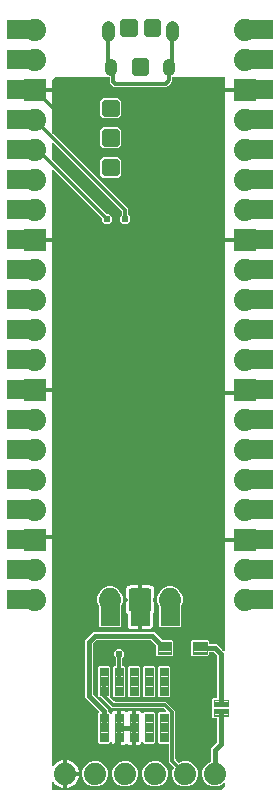
<source format=gtl>
G04 EAGLE Gerber RS-274X export*
G75*
%MOMM*%
%FSLAX34Y34*%
%LPD*%
%INTop Copper*%
%IPPOS*%
%AMOC8*
5,1,8,0,0,1.08239X$1,22.5*%
G01*
%ADD10C,0.098800*%
%ADD11C,1.879600*%
%ADD12C,0.100000*%
%ADD13C,0.600000*%
%ADD14C,1.100000*%
%ADD15C,1.050000*%
%ADD16R,1.879600X1.879600*%
%ADD17C,0.100800*%
%ADD18C,0.101600*%
%ADD19C,0.152400*%
%ADD20C,0.304800*%
%ADD21C,0.406400*%
%ADD22C,0.604000*%

G36*
X195670Y93234D02*
X195670Y93234D01*
X195761Y93241D01*
X195791Y93253D01*
X195823Y93259D01*
X195903Y93301D01*
X195987Y93337D01*
X196019Y93363D01*
X196040Y93374D01*
X196062Y93397D01*
X196118Y93442D01*
X198658Y95982D01*
X198711Y96056D01*
X198771Y96125D01*
X198783Y96155D01*
X198802Y96181D01*
X198829Y96268D01*
X198863Y96353D01*
X198867Y96394D01*
X198874Y96417D01*
X198873Y96449D01*
X198881Y96520D01*
X198881Y98136D01*
X198870Y98206D01*
X198868Y98278D01*
X198850Y98327D01*
X198842Y98378D01*
X198808Y98442D01*
X198783Y98509D01*
X198751Y98550D01*
X198726Y98596D01*
X198675Y98645D01*
X198630Y98701D01*
X198586Y98729D01*
X198548Y98765D01*
X198483Y98795D01*
X198423Y98834D01*
X198372Y98847D01*
X198325Y98869D01*
X198254Y98877D01*
X198184Y98894D01*
X198132Y98890D01*
X198081Y98896D01*
X198010Y98881D01*
X197939Y98875D01*
X197891Y98855D01*
X197840Y98844D01*
X197779Y98807D01*
X197713Y98779D01*
X197657Y98734D01*
X197629Y98717D01*
X197614Y98700D01*
X197582Y98674D01*
X196543Y97635D01*
X192622Y96011D01*
X188378Y96011D01*
X184457Y97635D01*
X181455Y100637D01*
X179831Y104558D01*
X179831Y108802D01*
X181455Y112723D01*
X184457Y115725D01*
X186727Y116665D01*
X186827Y116727D01*
X186927Y116787D01*
X186931Y116791D01*
X186936Y116795D01*
X187011Y116885D01*
X187087Y116973D01*
X187089Y116979D01*
X187093Y116984D01*
X187135Y117093D01*
X187179Y117202D01*
X187180Y117209D01*
X187181Y117214D01*
X187182Y117232D01*
X187197Y117368D01*
X187197Y128368D01*
X192054Y133225D01*
X192107Y133299D01*
X192167Y133368D01*
X192179Y133399D01*
X192198Y133425D01*
X192225Y133512D01*
X192259Y133597D01*
X192263Y133638D01*
X192270Y133660D01*
X192269Y133692D01*
X192277Y133763D01*
X192277Y153289D01*
X192274Y153309D01*
X192276Y153328D01*
X192254Y153430D01*
X192238Y153532D01*
X192228Y153549D01*
X192224Y153569D01*
X192171Y153658D01*
X192122Y153749D01*
X192108Y153763D01*
X192098Y153780D01*
X192019Y153847D01*
X191944Y153919D01*
X191926Y153927D01*
X191911Y153940D01*
X191815Y153979D01*
X191721Y154022D01*
X191701Y154024D01*
X191683Y154032D01*
X191516Y154050D01*
X189001Y154050D01*
X187959Y155092D01*
X187959Y161900D01*
X188081Y162022D01*
X188093Y162038D01*
X188108Y162050D01*
X188164Y162138D01*
X188225Y162221D01*
X188231Y162240D01*
X188241Y162257D01*
X188267Y162358D01*
X188297Y162456D01*
X188297Y162476D01*
X188301Y162496D01*
X188293Y162599D01*
X188291Y162702D01*
X188284Y162721D01*
X188282Y162741D01*
X188242Y162836D01*
X188206Y162933D01*
X188194Y162949D01*
X188186Y162967D01*
X188081Y163098D01*
X187959Y163220D01*
X187959Y170028D01*
X189001Y171070D01*
X191516Y171070D01*
X191536Y171073D01*
X191555Y171071D01*
X191657Y171093D01*
X191759Y171109D01*
X191776Y171119D01*
X191796Y171123D01*
X191885Y171176D01*
X191976Y171225D01*
X191990Y171239D01*
X192007Y171249D01*
X192074Y171328D01*
X192146Y171403D01*
X192154Y171421D01*
X192167Y171436D01*
X192206Y171532D01*
X192249Y171626D01*
X192251Y171646D01*
X192259Y171664D01*
X192277Y171831D01*
X192277Y206597D01*
X192263Y206687D01*
X192255Y206778D01*
X192243Y206807D01*
X192238Y206839D01*
X192195Y206920D01*
X192159Y207004D01*
X192133Y207036D01*
X192122Y207057D01*
X192099Y207079D01*
X192054Y207135D01*
X189355Y209834D01*
X189281Y209887D01*
X189212Y209947D01*
X189181Y209959D01*
X189155Y209978D01*
X189068Y210005D01*
X188983Y210039D01*
X188942Y210043D01*
X188920Y210050D01*
X188888Y210049D01*
X188817Y210057D01*
X185792Y210057D01*
X185772Y210054D01*
X185753Y210056D01*
X185651Y210034D01*
X185549Y210018D01*
X185532Y210008D01*
X185512Y210004D01*
X185423Y209951D01*
X185332Y209902D01*
X185318Y209888D01*
X185301Y209878D01*
X185234Y209799D01*
X185162Y209724D01*
X185154Y209706D01*
X185141Y209691D01*
X185102Y209595D01*
X185059Y209501D01*
X185057Y209481D01*
X185049Y209463D01*
X185031Y209296D01*
X185031Y207529D01*
X183991Y206489D01*
X171129Y206489D01*
X170089Y207529D01*
X170089Y219191D01*
X171129Y220231D01*
X183991Y220231D01*
X185031Y219191D01*
X185031Y217424D01*
X185034Y217404D01*
X185032Y217385D01*
X185054Y217283D01*
X185070Y217181D01*
X185080Y217164D01*
X185084Y217144D01*
X185137Y217055D01*
X185186Y216964D01*
X185200Y216950D01*
X185210Y216933D01*
X185289Y216866D01*
X185364Y216794D01*
X185382Y216786D01*
X185397Y216773D01*
X185493Y216734D01*
X185587Y216691D01*
X185607Y216689D01*
X185625Y216681D01*
X185792Y216663D01*
X191868Y216663D01*
X194026Y214505D01*
X196725Y211806D01*
X197582Y210949D01*
X197640Y210907D01*
X197692Y210858D01*
X197739Y210836D01*
X197781Y210806D01*
X197850Y210784D01*
X197915Y210754D01*
X197967Y210748D01*
X198017Y210733D01*
X198088Y210735D01*
X198159Y210727D01*
X198210Y210738D01*
X198262Y210740D01*
X198330Y210764D01*
X198400Y210779D01*
X198444Y210806D01*
X198493Y210824D01*
X198549Y210869D01*
X198611Y210906D01*
X198645Y210945D01*
X198685Y210978D01*
X198724Y211038D01*
X198771Y211092D01*
X198790Y211141D01*
X198818Y211185D01*
X198836Y211254D01*
X198863Y211321D01*
X198871Y211392D01*
X198879Y211423D01*
X198877Y211446D01*
X198881Y211487D01*
X198881Y695960D01*
X198878Y695980D01*
X198880Y695999D01*
X198858Y696101D01*
X198842Y696203D01*
X198832Y696220D01*
X198828Y696240D01*
X198775Y696329D01*
X198726Y696420D01*
X198712Y696434D01*
X198702Y696451D01*
X198623Y696518D01*
X198548Y696590D01*
X198530Y696598D01*
X198515Y696611D01*
X198419Y696650D01*
X198325Y696693D01*
X198305Y696695D01*
X198287Y696703D01*
X198120Y696721D01*
X154806Y696721D01*
X154786Y696718D01*
X154767Y696720D01*
X154665Y696698D01*
X154563Y696682D01*
X154546Y696672D01*
X154526Y696668D01*
X154437Y696615D01*
X154346Y696566D01*
X154332Y696552D01*
X154315Y696542D01*
X154248Y696463D01*
X154176Y696388D01*
X154168Y696370D01*
X154155Y696355D01*
X154116Y696259D01*
X154073Y696165D01*
X154071Y696145D01*
X154063Y696127D01*
X154045Y695960D01*
X154045Y693008D01*
X152243Y689887D01*
X149122Y688085D01*
X105251Y688085D01*
X102775Y689515D01*
X101345Y691991D01*
X101345Y695960D01*
X101342Y695980D01*
X101344Y695999D01*
X101322Y696101D01*
X101306Y696203D01*
X101296Y696220D01*
X101292Y696240D01*
X101239Y696329D01*
X101190Y696420D01*
X101176Y696434D01*
X101166Y696451D01*
X101087Y696518D01*
X101012Y696590D01*
X100994Y696598D01*
X100979Y696611D01*
X100883Y696650D01*
X100789Y696693D01*
X100769Y696695D01*
X100751Y696703D01*
X100584Y696721D01*
X55880Y696721D01*
X55790Y696707D01*
X55699Y696699D01*
X55669Y696687D01*
X55637Y696682D01*
X55557Y696639D01*
X55473Y696603D01*
X55441Y696577D01*
X55420Y696566D01*
X55398Y696543D01*
X55342Y696498D01*
X52802Y693958D01*
X52749Y693884D01*
X52689Y693815D01*
X52677Y693785D01*
X52658Y693759D01*
X52631Y693672D01*
X52597Y693587D01*
X52593Y693546D01*
X52586Y693523D01*
X52587Y693491D01*
X52579Y693420D01*
X52579Y650189D01*
X52594Y650099D01*
X52601Y650008D01*
X52613Y649978D01*
X52619Y649946D01*
X52661Y649865D01*
X52697Y649782D01*
X52723Y649749D01*
X52734Y649729D01*
X52757Y649707D01*
X52802Y649651D01*
X117095Y585358D01*
X117095Y580169D01*
X117109Y580079D01*
X117117Y579988D01*
X117129Y579958D01*
X117134Y579926D01*
X117177Y579845D01*
X117213Y579761D01*
X117239Y579729D01*
X117250Y579708D01*
X117273Y579686D01*
X117318Y579630D01*
X118591Y578357D01*
X118591Y574803D01*
X116077Y572289D01*
X112523Y572289D01*
X110009Y574803D01*
X110009Y578357D01*
X111282Y579630D01*
X111335Y579704D01*
X111395Y579774D01*
X111407Y579804D01*
X111426Y579830D01*
X111453Y579917D01*
X111487Y580002D01*
X111491Y580043D01*
X111498Y580065D01*
X111497Y580097D01*
X111505Y580169D01*
X111505Y582727D01*
X111504Y582737D01*
X111504Y582742D01*
X111499Y582768D01*
X111491Y582817D01*
X111483Y582908D01*
X111471Y582938D01*
X111466Y582970D01*
X111423Y583050D01*
X111387Y583134D01*
X111361Y583166D01*
X111350Y583187D01*
X111327Y583209D01*
X111282Y583265D01*
X53878Y640669D01*
X53820Y640711D01*
X53768Y640761D01*
X53721Y640783D01*
X53679Y640813D01*
X53610Y640834D01*
X53545Y640864D01*
X53493Y640870D01*
X53443Y640885D01*
X53372Y640883D01*
X53301Y640891D01*
X53250Y640880D01*
X53198Y640879D01*
X53130Y640854D01*
X53060Y640839D01*
X53016Y640812D01*
X52967Y640794D01*
X52911Y640750D01*
X52849Y640713D01*
X52815Y640673D01*
X52775Y640641D01*
X52736Y640580D01*
X52689Y640526D01*
X52670Y640478D01*
X52642Y640434D01*
X52624Y640364D01*
X52597Y640298D01*
X52589Y640226D01*
X52581Y640195D01*
X52583Y640172D01*
X52579Y640131D01*
X52579Y627329D01*
X52593Y627239D01*
X52601Y627148D01*
X52613Y627118D01*
X52618Y627086D01*
X52661Y627005D01*
X52697Y626922D01*
X52723Y626889D01*
X52734Y626869D01*
X52757Y626847D01*
X52802Y626791D01*
X98499Y581094D01*
X98573Y581041D01*
X98642Y580981D01*
X98672Y580969D01*
X98698Y580950D01*
X98785Y580923D01*
X98870Y580889D01*
X98911Y580885D01*
X98933Y580878D01*
X98966Y580879D01*
X99037Y580871D01*
X100837Y580871D01*
X103351Y578357D01*
X103351Y574803D01*
X100837Y572289D01*
X97283Y572289D01*
X94769Y574803D01*
X94769Y576603D01*
X94755Y576693D01*
X94747Y576784D01*
X94735Y576814D01*
X94730Y576846D01*
X94708Y576887D01*
X94707Y576892D01*
X94692Y576916D01*
X94687Y576926D01*
X94651Y577010D01*
X94625Y577042D01*
X94614Y577063D01*
X94591Y577085D01*
X94580Y577103D01*
X94569Y577114D01*
X94546Y577141D01*
X53878Y617809D01*
X53820Y617851D01*
X53768Y617901D01*
X53721Y617923D01*
X53679Y617953D01*
X53610Y617974D01*
X53545Y618004D01*
X53493Y618010D01*
X53443Y618025D01*
X53372Y618023D01*
X53301Y618031D01*
X53250Y618020D01*
X53198Y618019D01*
X53130Y617994D01*
X53060Y617979D01*
X53016Y617952D01*
X52967Y617934D01*
X52911Y617890D01*
X52849Y617853D01*
X52815Y617813D01*
X52775Y617781D01*
X52736Y617720D01*
X52689Y617666D01*
X52670Y617618D01*
X52642Y617574D01*
X52624Y617504D01*
X52597Y617438D01*
X52589Y617366D01*
X52581Y617335D01*
X52583Y617312D01*
X52579Y617271D01*
X52579Y114302D01*
X52580Y114295D01*
X52579Y114287D01*
X52600Y114173D01*
X52619Y114060D01*
X52622Y114053D01*
X52624Y114045D01*
X52680Y113944D01*
X52734Y113842D01*
X52739Y113837D01*
X52743Y113830D01*
X52828Y113752D01*
X52912Y113673D01*
X52919Y113670D01*
X52925Y113664D01*
X53030Y113618D01*
X53135Y113569D01*
X53143Y113568D01*
X53150Y113565D01*
X53265Y113555D01*
X53379Y113542D01*
X53387Y113544D01*
X53395Y113543D01*
X53508Y113570D01*
X53620Y113594D01*
X53627Y113599D01*
X53634Y113600D01*
X53733Y113662D01*
X53831Y113721D01*
X53836Y113727D01*
X53843Y113731D01*
X53956Y113855D01*
X54394Y114458D01*
X55722Y115786D01*
X57243Y116891D01*
X58917Y117744D01*
X60704Y118325D01*
X61977Y118526D01*
X61977Y107442D01*
X61980Y107422D01*
X61978Y107403D01*
X62000Y107301D01*
X62017Y107199D01*
X62026Y107182D01*
X62030Y107162D01*
X62083Y107073D01*
X62132Y106982D01*
X62146Y106968D01*
X62156Y106951D01*
X62235Y106884D01*
X62310Y106813D01*
X62328Y106804D01*
X62343Y106791D01*
X62439Y106753D01*
X62533Y106709D01*
X62553Y106707D01*
X62571Y106699D01*
X62738Y106681D01*
X63501Y106681D01*
X63501Y106679D01*
X62738Y106679D01*
X62718Y106676D01*
X62699Y106678D01*
X62597Y106656D01*
X62495Y106639D01*
X62478Y106630D01*
X62458Y106626D01*
X62369Y106573D01*
X62278Y106524D01*
X62264Y106510D01*
X62247Y106500D01*
X62180Y106421D01*
X62109Y106346D01*
X62100Y106328D01*
X62087Y106313D01*
X62048Y106217D01*
X62005Y106123D01*
X62003Y106103D01*
X61995Y106085D01*
X61977Y105918D01*
X61977Y94834D01*
X60704Y95035D01*
X58917Y95616D01*
X57243Y96469D01*
X55722Y97574D01*
X54394Y98902D01*
X53956Y99505D01*
X53950Y99511D01*
X53946Y99518D01*
X53863Y99597D01*
X53781Y99678D01*
X53774Y99682D01*
X53768Y99687D01*
X53664Y99735D01*
X53560Y99786D01*
X53552Y99787D01*
X53545Y99791D01*
X53431Y99803D01*
X53316Y99818D01*
X53309Y99817D01*
X53301Y99818D01*
X53188Y99793D01*
X53075Y99771D01*
X53068Y99767D01*
X53060Y99766D01*
X52961Y99706D01*
X52861Y99649D01*
X52856Y99643D01*
X52849Y99639D01*
X52774Y99552D01*
X52698Y99466D01*
X52694Y99458D01*
X52689Y99452D01*
X52646Y99346D01*
X52601Y99240D01*
X52600Y99232D01*
X52597Y99224D01*
X52579Y99058D01*
X52579Y93980D01*
X52582Y93960D01*
X52580Y93941D01*
X52602Y93839D01*
X52619Y93737D01*
X52628Y93720D01*
X52632Y93700D01*
X52685Y93611D01*
X52734Y93520D01*
X52748Y93506D01*
X52758Y93489D01*
X52837Y93422D01*
X52912Y93351D01*
X52930Y93342D01*
X52945Y93329D01*
X53041Y93290D01*
X53135Y93247D01*
X53155Y93245D01*
X53173Y93237D01*
X53340Y93219D01*
X195580Y93219D01*
X195670Y93234D01*
G37*
%LPC*%
G36*
X105514Y131059D02*
X105514Y131059D01*
X104743Y131266D01*
X104051Y131666D01*
X103486Y132231D01*
X103086Y132923D01*
X103018Y133176D01*
X102979Y133263D01*
X102946Y133352D01*
X102929Y133374D01*
X102917Y133400D01*
X102852Y133470D01*
X102793Y133544D01*
X102769Y133559D01*
X102750Y133580D01*
X102666Y133626D01*
X102586Y133677D01*
X102558Y133684D01*
X102534Y133698D01*
X102440Y133714D01*
X102347Y133737D01*
X102319Y133735D01*
X102291Y133740D01*
X102197Y133725D01*
X102102Y133718D01*
X102076Y133707D01*
X102048Y133703D01*
X101963Y133659D01*
X101876Y133622D01*
X101848Y133600D01*
X101829Y133590D01*
X101806Y133566D01*
X101745Y133517D01*
X100557Y132329D01*
X92483Y132329D01*
X91449Y133363D01*
X91449Y157837D01*
X92202Y158590D01*
X92214Y158606D01*
X92230Y158619D01*
X92286Y158706D01*
X92346Y158790D01*
X92352Y158809D01*
X92363Y158826D01*
X92388Y158926D01*
X92418Y159025D01*
X92418Y159045D01*
X92423Y159064D01*
X92415Y159167D01*
X92412Y159271D01*
X92405Y159290D01*
X92404Y159309D01*
X92363Y159404D01*
X92328Y159502D01*
X92315Y159518D01*
X92307Y159536D01*
X92202Y159667D01*
X80517Y171352D01*
X80517Y219808D01*
X87532Y226823D01*
X138768Y226823D01*
X145137Y220454D01*
X145211Y220401D01*
X145280Y220341D01*
X145311Y220329D01*
X145337Y220310D01*
X145424Y220283D01*
X145509Y220249D01*
X145550Y220245D01*
X145572Y220238D01*
X145604Y220239D01*
X145675Y220231D01*
X153991Y220231D01*
X155031Y219191D01*
X155031Y207529D01*
X153991Y206489D01*
X141129Y206489D01*
X140089Y207529D01*
X140089Y215845D01*
X140075Y215935D01*
X140067Y216026D01*
X140055Y216055D01*
X140050Y216087D01*
X140007Y216168D01*
X139971Y216252D01*
X139945Y216284D01*
X139934Y216305D01*
X139911Y216327D01*
X139866Y216383D01*
X136255Y219994D01*
X136181Y220047D01*
X136112Y220107D01*
X136081Y220119D01*
X136055Y220138D01*
X135968Y220165D01*
X135883Y220199D01*
X135842Y220203D01*
X135820Y220210D01*
X135788Y220209D01*
X135717Y220217D01*
X90583Y220217D01*
X90493Y220203D01*
X90402Y220195D01*
X90373Y220183D01*
X90341Y220178D01*
X90260Y220135D01*
X90176Y220099D01*
X90144Y220073D01*
X90123Y220062D01*
X90101Y220039D01*
X90045Y219994D01*
X87346Y217295D01*
X87293Y217221D01*
X87233Y217152D01*
X87221Y217121D01*
X87202Y217095D01*
X87175Y217008D01*
X87141Y216923D01*
X87137Y216882D01*
X87130Y216860D01*
X87131Y216828D01*
X87123Y216757D01*
X87123Y174403D01*
X87137Y174313D01*
X87145Y174222D01*
X87157Y174193D01*
X87162Y174161D01*
X87205Y174080D01*
X87241Y173996D01*
X87267Y173964D01*
X87278Y173943D01*
X87301Y173921D01*
X87346Y173865D01*
X99823Y161388D01*
X99823Y159632D01*
X99826Y159612D01*
X99824Y159593D01*
X99846Y159491D01*
X99862Y159389D01*
X99872Y159372D01*
X99876Y159352D01*
X99929Y159263D01*
X99978Y159172D01*
X99992Y159158D01*
X100002Y159141D01*
X100081Y159074D01*
X100156Y159002D01*
X100174Y158994D01*
X100189Y158981D01*
X100285Y158942D01*
X100379Y158899D01*
X100399Y158897D01*
X100417Y158889D01*
X100554Y158874D01*
X101745Y157683D01*
X101822Y157627D01*
X101895Y157566D01*
X101921Y157556D01*
X101944Y157539D01*
X102036Y157511D01*
X102124Y157477D01*
X102152Y157475D01*
X102179Y157467D01*
X102275Y157470D01*
X102370Y157465D01*
X102397Y157473D01*
X102425Y157473D01*
X102515Y157506D01*
X102607Y157532D01*
X102630Y157548D01*
X102656Y157558D01*
X102731Y157618D01*
X102809Y157671D01*
X102826Y157694D01*
X102848Y157712D01*
X102900Y157792D01*
X102957Y157868D01*
X102970Y157901D01*
X102981Y157919D01*
X102989Y157951D01*
X103018Y158024D01*
X103086Y158277D01*
X103486Y158969D01*
X104051Y159534D01*
X104743Y159934D01*
X105514Y160141D01*
X107697Y160141D01*
X107697Y146362D01*
X107700Y146342D01*
X107698Y146323D01*
X107720Y146221D01*
X107737Y146119D01*
X107746Y146102D01*
X107750Y146082D01*
X107803Y145993D01*
X107852Y145902D01*
X107866Y145888D01*
X107876Y145871D01*
X107955Y145804D01*
X108030Y145733D01*
X108048Y145724D01*
X108063Y145711D01*
X108159Y145672D01*
X108253Y145629D01*
X108273Y145627D01*
X108291Y145619D01*
X108458Y145601D01*
X109221Y145601D01*
X109221Y145599D01*
X108458Y145599D01*
X108438Y145596D01*
X108419Y145598D01*
X108317Y145576D01*
X108215Y145559D01*
X108198Y145550D01*
X108178Y145546D01*
X108089Y145493D01*
X107998Y145444D01*
X107984Y145430D01*
X107967Y145420D01*
X107900Y145341D01*
X107829Y145266D01*
X107820Y145248D01*
X107807Y145233D01*
X107768Y145137D01*
X107725Y145043D01*
X107723Y145023D01*
X107715Y145005D01*
X107697Y144838D01*
X107697Y131059D01*
X105514Y131059D01*
G37*
%LPD*%
%LPC*%
G36*
X162978Y96011D02*
X162978Y96011D01*
X159057Y97635D01*
X156055Y100637D01*
X154431Y104558D01*
X154431Y108802D01*
X155582Y111581D01*
X155609Y111694D01*
X155637Y111808D01*
X155637Y111814D01*
X155638Y111820D01*
X155627Y111937D01*
X155618Y112053D01*
X155616Y112059D01*
X155615Y112065D01*
X155567Y112173D01*
X155522Y112279D01*
X155517Y112285D01*
X155515Y112290D01*
X155503Y112304D01*
X155417Y112410D01*
X151373Y116454D01*
X151373Y131568D01*
X151370Y131588D01*
X151372Y131607D01*
X151350Y131709D01*
X151334Y131811D01*
X151324Y131828D01*
X151320Y131848D01*
X151267Y131937D01*
X151218Y132028D01*
X151204Y132042D01*
X151194Y132059D01*
X151115Y132126D01*
X151040Y132198D01*
X151022Y132206D01*
X151007Y132219D01*
X150911Y132258D01*
X150817Y132301D01*
X150797Y132303D01*
X150779Y132311D01*
X150612Y132329D01*
X143283Y132329D01*
X142249Y133363D01*
X142249Y157837D01*
X143283Y158871D01*
X148370Y158871D01*
X148440Y158882D01*
X148512Y158884D01*
X148561Y158902D01*
X148612Y158910D01*
X148676Y158944D01*
X148743Y158969D01*
X148784Y159001D01*
X148830Y159026D01*
X148879Y159078D01*
X148935Y159122D01*
X148963Y159166D01*
X148999Y159204D01*
X149029Y159269D01*
X149068Y159329D01*
X149081Y159380D01*
X149103Y159427D01*
X149111Y159498D01*
X149128Y159568D01*
X149124Y159620D01*
X149130Y159671D01*
X149115Y159742D01*
X149109Y159813D01*
X149089Y159861D01*
X149078Y159912D01*
X149041Y159973D01*
X149013Y160039D01*
X148968Y160095D01*
X148951Y160123D01*
X148934Y160138D01*
X148908Y160170D01*
X146996Y162082D01*
X146922Y162135D01*
X146852Y162195D01*
X146822Y162207D01*
X146796Y162226D01*
X146709Y162253D01*
X146624Y162287D01*
X146583Y162291D01*
X146561Y162298D01*
X146529Y162297D01*
X146458Y162305D01*
X102982Y162305D01*
X95585Y169702D01*
X94181Y171106D01*
X94107Y171159D01*
X94038Y171219D01*
X94008Y171231D01*
X93982Y171250D01*
X93895Y171277D01*
X93810Y171311D01*
X93769Y171315D01*
X93747Y171322D01*
X93714Y171321D01*
X93643Y171329D01*
X92483Y171329D01*
X91449Y172363D01*
X91449Y196837D01*
X92483Y197871D01*
X100557Y197871D01*
X101591Y196837D01*
X101591Y172289D01*
X101588Y172285D01*
X101563Y172185D01*
X101532Y172086D01*
X101533Y172066D01*
X101528Y172047D01*
X101536Y171944D01*
X101539Y171840D01*
X101546Y171821D01*
X101547Y171801D01*
X101588Y171706D01*
X101623Y171609D01*
X101636Y171593D01*
X101643Y171575D01*
X101748Y171444D01*
X105075Y168118D01*
X105149Y168065D01*
X105218Y168005D01*
X105248Y167993D01*
X105274Y167974D01*
X105362Y167947D01*
X105446Y167913D01*
X105487Y167909D01*
X105509Y167902D01*
X105542Y167903D01*
X105613Y167895D01*
X149088Y167895D01*
X156963Y160020D01*
X156963Y119085D01*
X156965Y119072D01*
X156964Y119062D01*
X156975Y119010D01*
X156977Y118995D01*
X156985Y118904D01*
X156997Y118874D01*
X157002Y118842D01*
X157045Y118762D01*
X157081Y118678D01*
X157107Y118646D01*
X157118Y118625D01*
X157141Y118603D01*
X157186Y118547D01*
X159370Y116363D01*
X159464Y116295D01*
X159558Y116225D01*
X159564Y116223D01*
X159569Y116219D01*
X159680Y116185D01*
X159792Y116149D01*
X159798Y116149D01*
X159804Y116147D01*
X159921Y116150D01*
X160038Y116151D01*
X160045Y116153D01*
X160050Y116153D01*
X160068Y116160D01*
X160199Y116198D01*
X162978Y117349D01*
X167222Y117349D01*
X171143Y115725D01*
X174145Y112723D01*
X175769Y108802D01*
X175769Y104558D01*
X174145Y100637D01*
X171143Y97635D01*
X167222Y96011D01*
X162978Y96011D01*
G37*
%LPD*%
%LPC*%
G36*
X143853Y230979D02*
X143853Y230979D01*
X143079Y231753D01*
X143079Y248472D01*
X143069Y248537D01*
X143068Y248602D01*
X143045Y248682D01*
X143040Y248715D01*
X143030Y248732D01*
X143021Y248763D01*
X141731Y251878D01*
X141731Y256122D01*
X143355Y260043D01*
X144134Y260822D01*
X144137Y260826D01*
X144141Y260829D01*
X144209Y260927D01*
X144277Y261022D01*
X144279Y261026D01*
X144282Y261031D01*
X144286Y261045D01*
X144597Y261424D01*
X144609Y261445D01*
X144680Y261548D01*
X144851Y261868D01*
X144886Y261887D01*
X144981Y261934D01*
X144993Y261945D01*
X145008Y261953D01*
X145128Y262071D01*
X145322Y262306D01*
X145330Y262321D01*
X145342Y262333D01*
X145392Y262427D01*
X145445Y262519D01*
X145448Y262536D01*
X145456Y262551D01*
X145471Y262621D01*
X145747Y262848D01*
X145762Y262866D01*
X145852Y262953D01*
X146082Y263233D01*
X146120Y263245D01*
X146223Y263273D01*
X146237Y263282D01*
X146253Y263287D01*
X146394Y263378D01*
X146629Y263572D01*
X146641Y263585D01*
X146655Y263594D01*
X146721Y263676D01*
X146792Y263757D01*
X146798Y263772D01*
X146809Y263785D01*
X146837Y263852D01*
X147152Y264020D01*
X147171Y264034D01*
X147276Y264103D01*
X147556Y264333D01*
X147595Y264337D01*
X147702Y264344D01*
X147717Y264350D01*
X147734Y264352D01*
X147890Y264414D01*
X148159Y264558D01*
X148172Y264568D01*
X148188Y264574D01*
X148270Y264643D01*
X148354Y264708D01*
X148364Y264721D01*
X148377Y264732D01*
X148417Y264792D01*
X148759Y264895D01*
X148780Y264906D01*
X148897Y264952D01*
X149216Y265123D01*
X149256Y265120D01*
X149361Y265106D01*
X149378Y265109D01*
X149395Y265108D01*
X149559Y265138D01*
X149851Y265227D01*
X149867Y265234D01*
X149883Y265237D01*
X149977Y265288D01*
X150072Y265335D01*
X150084Y265347D01*
X150099Y265355D01*
X150151Y265406D01*
X150506Y265441D01*
X150529Y265447D01*
X150652Y265470D01*
X150999Y265575D01*
X151037Y265564D01*
X151138Y265529D01*
X151155Y265529D01*
X151171Y265525D01*
X151338Y265523D01*
X151642Y265552D01*
X151658Y265557D01*
X151675Y265556D01*
X151777Y265588D01*
X151880Y265616D01*
X151894Y265625D01*
X151910Y265630D01*
X151970Y265669D01*
X152325Y265634D01*
X152349Y265636D01*
X152475Y265634D01*
X152835Y265670D01*
X152870Y265652D01*
X152962Y265598D01*
X152979Y265595D01*
X152994Y265587D01*
X153158Y265552D01*
X153462Y265523D01*
X153478Y265524D01*
X153495Y265520D01*
X153601Y265531D01*
X153707Y265538D01*
X153723Y265545D01*
X153739Y265546D01*
X153806Y265573D01*
X154148Y265470D01*
X154172Y265466D01*
X154294Y265441D01*
X154655Y265405D01*
X154686Y265380D01*
X154766Y265310D01*
X154781Y265303D01*
X154794Y265293D01*
X154949Y265227D01*
X155241Y265138D01*
X155257Y265136D01*
X155272Y265129D01*
X155379Y265120D01*
X155484Y265106D01*
X155501Y265109D01*
X155517Y265108D01*
X155588Y265121D01*
X155903Y264952D01*
X155926Y264945D01*
X156041Y264895D01*
X156388Y264790D01*
X156393Y264785D01*
X156401Y264770D01*
X156413Y264760D01*
X156478Y264675D01*
X156492Y264666D01*
X156503Y264653D01*
X156641Y264558D01*
X156910Y264414D01*
X156926Y264409D01*
X156940Y264399D01*
X157042Y264369D01*
X157143Y264335D01*
X157160Y264335D01*
X157176Y264330D01*
X157248Y264329D01*
X157524Y264103D01*
X157545Y264091D01*
X157648Y264020D01*
X157968Y263849D01*
X157987Y263814D01*
X158034Y263719D01*
X158045Y263707D01*
X158053Y263692D01*
X158171Y263572D01*
X158406Y263378D01*
X158421Y263370D01*
X158433Y263358D01*
X158527Y263309D01*
X158619Y263255D01*
X158636Y263252D01*
X158651Y263244D01*
X158721Y263229D01*
X158948Y262953D01*
X158966Y262938D01*
X159053Y262848D01*
X159333Y262618D01*
X159345Y262580D01*
X159373Y262477D01*
X159382Y262463D01*
X159387Y262447D01*
X159478Y262306D01*
X159672Y262071D01*
X159685Y262060D01*
X159694Y262045D01*
X159777Y261979D01*
X159857Y261908D01*
X159872Y261902D01*
X159885Y261891D01*
X159952Y261863D01*
X160120Y261548D01*
X160134Y261529D01*
X160203Y261424D01*
X160529Y261026D01*
X160556Y260961D01*
X160559Y260958D01*
X160561Y260953D01*
X160666Y260822D01*
X161445Y260043D01*
X163069Y256122D01*
X163069Y251878D01*
X161779Y248763D01*
X161770Y248728D01*
X161766Y248719D01*
X161764Y248702D01*
X161764Y248700D01*
X161739Y248639D01*
X161730Y248556D01*
X161723Y248524D01*
X161724Y248505D01*
X161721Y248472D01*
X161721Y231753D01*
X160947Y230979D01*
X143853Y230979D01*
G37*
%LPD*%
%LPC*%
G36*
X93053Y230979D02*
X93053Y230979D01*
X92279Y231753D01*
X92279Y248472D01*
X92269Y248537D01*
X92268Y248602D01*
X92245Y248682D01*
X92240Y248715D01*
X92230Y248732D01*
X92221Y248763D01*
X90931Y251878D01*
X90931Y256122D01*
X92555Y260043D01*
X93334Y260822D01*
X93337Y260826D01*
X93341Y260829D01*
X93409Y260927D01*
X93477Y261022D01*
X93479Y261026D01*
X93482Y261031D01*
X93486Y261045D01*
X93797Y261424D01*
X93809Y261445D01*
X93880Y261548D01*
X94051Y261868D01*
X94085Y261886D01*
X94181Y261934D01*
X94193Y261945D01*
X94208Y261953D01*
X94328Y262071D01*
X94522Y262306D01*
X94530Y262321D01*
X94542Y262333D01*
X94591Y262427D01*
X94645Y262519D01*
X94648Y262536D01*
X94656Y262551D01*
X94671Y262621D01*
X94947Y262848D01*
X94962Y262866D01*
X95052Y262953D01*
X95282Y263233D01*
X95320Y263245D01*
X95423Y263273D01*
X95437Y263282D01*
X95453Y263287D01*
X95594Y263378D01*
X95829Y263572D01*
X95841Y263585D01*
X95855Y263594D01*
X95921Y263676D01*
X95992Y263757D01*
X95998Y263772D01*
X96009Y263785D01*
X96037Y263852D01*
X96352Y264020D01*
X96371Y264034D01*
X96476Y264103D01*
X96756Y264333D01*
X96795Y264337D01*
X96902Y264344D01*
X96917Y264350D01*
X96934Y264352D01*
X97090Y264414D01*
X97359Y264558D01*
X97372Y264568D01*
X97388Y264574D01*
X97470Y264643D01*
X97554Y264708D01*
X97564Y264721D01*
X97577Y264732D01*
X97617Y264792D01*
X97959Y264895D01*
X97980Y264906D01*
X98097Y264952D01*
X98416Y265123D01*
X98456Y265120D01*
X98561Y265106D01*
X98578Y265109D01*
X98595Y265107D01*
X98760Y265138D01*
X99052Y265227D01*
X99067Y265234D01*
X99083Y265237D01*
X99177Y265288D01*
X99272Y265335D01*
X99284Y265347D01*
X99299Y265355D01*
X99351Y265406D01*
X99706Y265441D01*
X99729Y265447D01*
X99852Y265470D01*
X100199Y265575D01*
X100237Y265564D01*
X100338Y265529D01*
X100355Y265529D01*
X100371Y265525D01*
X100538Y265523D01*
X100842Y265552D01*
X100858Y265557D01*
X100875Y265556D01*
X100977Y265588D01*
X101080Y265616D01*
X101094Y265625D01*
X101110Y265630D01*
X101170Y265669D01*
X101525Y265634D01*
X101549Y265636D01*
X101675Y265634D01*
X102035Y265670D01*
X102070Y265652D01*
X102162Y265598D01*
X102179Y265595D01*
X102194Y265587D01*
X102358Y265552D01*
X102662Y265523D01*
X102678Y265524D01*
X102695Y265520D01*
X102801Y265531D01*
X102907Y265538D01*
X102923Y265545D01*
X102939Y265546D01*
X103006Y265573D01*
X103348Y265470D01*
X103372Y265466D01*
X103494Y265441D01*
X103855Y265405D01*
X103886Y265380D01*
X103966Y265310D01*
X103981Y265303D01*
X103994Y265293D01*
X104148Y265227D01*
X104440Y265138D01*
X104457Y265136D01*
X104473Y265129D01*
X104579Y265120D01*
X104684Y265106D01*
X104701Y265109D01*
X104718Y265107D01*
X104789Y265121D01*
X105103Y264952D01*
X105126Y264945D01*
X105241Y264895D01*
X105588Y264790D01*
X105593Y264785D01*
X105601Y264770D01*
X105613Y264760D01*
X105678Y264675D01*
X105692Y264666D01*
X105703Y264653D01*
X105841Y264558D01*
X106110Y264414D01*
X106126Y264409D01*
X106140Y264399D01*
X106242Y264369D01*
X106343Y264335D01*
X106360Y264335D01*
X106376Y264330D01*
X106448Y264329D01*
X106724Y264103D01*
X106745Y264091D01*
X106848Y264020D01*
X107168Y263849D01*
X107187Y263814D01*
X107234Y263719D01*
X107245Y263707D01*
X107253Y263692D01*
X107371Y263572D01*
X107606Y263378D01*
X107621Y263370D01*
X107633Y263358D01*
X107727Y263308D01*
X107819Y263255D01*
X107836Y263252D01*
X107851Y263244D01*
X107921Y263229D01*
X108148Y262953D01*
X108166Y262938D01*
X108253Y262848D01*
X108533Y262618D01*
X108545Y262580D01*
X108573Y262477D01*
X108582Y262463D01*
X108587Y262447D01*
X108678Y262306D01*
X108872Y262071D01*
X108885Y262059D01*
X108894Y262045D01*
X108976Y261979D01*
X109057Y261908D01*
X109072Y261902D01*
X109085Y261891D01*
X109152Y261863D01*
X109320Y261548D01*
X109334Y261529D01*
X109403Y261424D01*
X109729Y261026D01*
X109756Y260961D01*
X109759Y260958D01*
X109761Y260953D01*
X109866Y260822D01*
X110645Y260043D01*
X112269Y256122D01*
X112269Y251878D01*
X110979Y248763D01*
X110970Y248728D01*
X110966Y248719D01*
X110964Y248702D01*
X110964Y248700D01*
X110939Y248639D01*
X110930Y248556D01*
X110923Y248524D01*
X110924Y248505D01*
X110921Y248472D01*
X110921Y231753D01*
X110147Y230979D01*
X93053Y230979D01*
G37*
%LPD*%
G36*
X239947Y677787D02*
X239947Y677787D01*
X239942Y677794D01*
X239949Y677800D01*
X239949Y693800D01*
X239913Y693847D01*
X239906Y693842D01*
X239900Y693849D01*
X209900Y693849D01*
X209896Y693846D01*
X209894Y693849D01*
X209376Y693781D01*
X209369Y693774D01*
X209364Y693777D01*
X208881Y693578D01*
X208876Y693569D01*
X208870Y693571D01*
X208456Y693253D01*
X208453Y693244D01*
X208447Y693244D01*
X208129Y692830D01*
X208129Y692821D01*
X208122Y692819D01*
X207923Y692336D01*
X207925Y692327D01*
X207919Y692324D01*
X207851Y691806D01*
X207854Y691802D01*
X207851Y691800D01*
X207851Y679800D01*
X207854Y679796D01*
X207851Y679794D01*
X207919Y679276D01*
X207926Y679269D01*
X207923Y679264D01*
X208122Y678781D01*
X208131Y678776D01*
X208129Y678770D01*
X208447Y678356D01*
X208456Y678353D01*
X208456Y678347D01*
X208870Y678029D01*
X208880Y678029D01*
X208881Y678022D01*
X209364Y677823D01*
X209373Y677825D01*
X209376Y677819D01*
X209894Y677751D01*
X209898Y677754D01*
X209900Y677751D01*
X239900Y677751D01*
X239947Y677787D01*
G37*
G36*
X239947Y550787D02*
X239947Y550787D01*
X239942Y550794D01*
X239949Y550800D01*
X239949Y566800D01*
X239913Y566847D01*
X239906Y566842D01*
X239900Y566849D01*
X209900Y566849D01*
X209896Y566846D01*
X209894Y566849D01*
X209376Y566781D01*
X209369Y566774D01*
X209364Y566777D01*
X208881Y566578D01*
X208876Y566569D01*
X208870Y566571D01*
X208456Y566253D01*
X208453Y566244D01*
X208447Y566244D01*
X208129Y565830D01*
X208129Y565821D01*
X208122Y565819D01*
X207923Y565336D01*
X207925Y565327D01*
X207919Y565324D01*
X207851Y564806D01*
X207854Y564802D01*
X207851Y564800D01*
X207851Y552800D01*
X207854Y552796D01*
X207851Y552794D01*
X207919Y552276D01*
X207926Y552269D01*
X207923Y552264D01*
X208122Y551781D01*
X208131Y551776D01*
X208129Y551770D01*
X208447Y551356D01*
X208456Y551353D01*
X208456Y551347D01*
X208870Y551029D01*
X208880Y551029D01*
X208881Y551022D01*
X209364Y550823D01*
X209373Y550825D01*
X209376Y550819D01*
X209894Y550751D01*
X209898Y550754D01*
X209900Y550751D01*
X239900Y550751D01*
X239947Y550787D01*
G37*
G36*
X239947Y423787D02*
X239947Y423787D01*
X239942Y423794D01*
X239949Y423800D01*
X239949Y439800D01*
X239913Y439847D01*
X239906Y439842D01*
X239900Y439849D01*
X209900Y439849D01*
X209896Y439846D01*
X209894Y439849D01*
X209376Y439781D01*
X209369Y439774D01*
X209364Y439777D01*
X208881Y439578D01*
X208876Y439569D01*
X208870Y439571D01*
X208456Y439253D01*
X208453Y439244D01*
X208447Y439244D01*
X208129Y438830D01*
X208129Y438821D01*
X208122Y438819D01*
X207923Y438336D01*
X207925Y438327D01*
X207919Y438324D01*
X207851Y437806D01*
X207854Y437802D01*
X207851Y437800D01*
X207851Y425800D01*
X207854Y425796D01*
X207851Y425794D01*
X207919Y425276D01*
X207926Y425269D01*
X207923Y425264D01*
X208122Y424781D01*
X208131Y424776D01*
X208129Y424770D01*
X208447Y424356D01*
X208456Y424353D01*
X208456Y424347D01*
X208870Y424029D01*
X208880Y424029D01*
X208881Y424022D01*
X209364Y423823D01*
X209373Y423825D01*
X209376Y423819D01*
X209894Y423751D01*
X209898Y423754D01*
X209900Y423751D01*
X239900Y423751D01*
X239947Y423787D01*
G37*
G36*
X239947Y296787D02*
X239947Y296787D01*
X239942Y296794D01*
X239949Y296800D01*
X239949Y312800D01*
X239913Y312847D01*
X239906Y312842D01*
X239900Y312849D01*
X209900Y312849D01*
X209896Y312846D01*
X209894Y312849D01*
X209376Y312781D01*
X209369Y312774D01*
X209364Y312777D01*
X208881Y312578D01*
X208876Y312569D01*
X208870Y312571D01*
X208456Y312253D01*
X208453Y312244D01*
X208447Y312244D01*
X208129Y311830D01*
X208129Y311821D01*
X208122Y311819D01*
X207923Y311336D01*
X207925Y311327D01*
X207919Y311324D01*
X207851Y310806D01*
X207854Y310802D01*
X207851Y310800D01*
X207851Y298800D01*
X207854Y298796D01*
X207851Y298794D01*
X207919Y298276D01*
X207926Y298269D01*
X207923Y298264D01*
X208122Y297781D01*
X208131Y297776D01*
X208129Y297770D01*
X208447Y297356D01*
X208456Y297353D01*
X208456Y297347D01*
X208870Y297029D01*
X208880Y297029D01*
X208881Y297022D01*
X209364Y296823D01*
X209373Y296825D01*
X209376Y296819D01*
X209894Y296751D01*
X209898Y296754D01*
X209900Y296751D01*
X239900Y296751D01*
X239947Y296787D01*
G37*
G36*
X44104Y677754D02*
X44104Y677754D01*
X44106Y677751D01*
X44624Y677819D01*
X44631Y677826D01*
X44636Y677823D01*
X45119Y678022D01*
X45124Y678031D01*
X45130Y678029D01*
X45544Y678347D01*
X45547Y678356D01*
X45553Y678356D01*
X45871Y678770D01*
X45871Y678780D01*
X45878Y678781D01*
X46077Y679264D01*
X46075Y679273D01*
X46081Y679276D01*
X46149Y679794D01*
X46146Y679798D01*
X46149Y679800D01*
X46149Y691800D01*
X46146Y691804D01*
X46149Y691806D01*
X46081Y692324D01*
X46074Y692331D01*
X46077Y692336D01*
X45878Y692819D01*
X45869Y692824D01*
X45871Y692830D01*
X45553Y693244D01*
X45544Y693247D01*
X45544Y693253D01*
X45130Y693571D01*
X45121Y693571D01*
X45119Y693578D01*
X44636Y693777D01*
X44627Y693775D01*
X44624Y693781D01*
X44106Y693849D01*
X44102Y693846D01*
X44100Y693849D01*
X14100Y693849D01*
X14053Y693813D01*
X14058Y693806D01*
X14051Y693800D01*
X14051Y677800D01*
X14087Y677753D01*
X14094Y677758D01*
X14100Y677751D01*
X44100Y677751D01*
X44104Y677754D01*
G37*
G36*
X44104Y296754D02*
X44104Y296754D01*
X44106Y296751D01*
X44624Y296819D01*
X44631Y296826D01*
X44636Y296823D01*
X45119Y297022D01*
X45124Y297031D01*
X45130Y297029D01*
X45544Y297347D01*
X45547Y297356D01*
X45553Y297356D01*
X45871Y297770D01*
X45871Y297780D01*
X45878Y297781D01*
X46077Y298264D01*
X46075Y298273D01*
X46081Y298276D01*
X46149Y298794D01*
X46146Y298798D01*
X46149Y298800D01*
X46149Y310800D01*
X46146Y310804D01*
X46149Y310806D01*
X46081Y311324D01*
X46074Y311331D01*
X46077Y311336D01*
X45878Y311819D01*
X45869Y311824D01*
X45871Y311830D01*
X45553Y312244D01*
X45544Y312247D01*
X45544Y312253D01*
X45130Y312571D01*
X45121Y312571D01*
X45119Y312578D01*
X44636Y312777D01*
X44627Y312775D01*
X44624Y312781D01*
X44106Y312849D01*
X44102Y312846D01*
X44100Y312849D01*
X14100Y312849D01*
X14053Y312813D01*
X14058Y312806D01*
X14051Y312800D01*
X14051Y296800D01*
X14087Y296753D01*
X14094Y296758D01*
X14100Y296751D01*
X44100Y296751D01*
X44104Y296754D01*
G37*
G36*
X44104Y423754D02*
X44104Y423754D01*
X44106Y423751D01*
X44624Y423819D01*
X44631Y423826D01*
X44636Y423823D01*
X45119Y424022D01*
X45124Y424031D01*
X45130Y424029D01*
X45544Y424347D01*
X45547Y424356D01*
X45553Y424356D01*
X45871Y424770D01*
X45871Y424780D01*
X45878Y424781D01*
X46077Y425264D01*
X46075Y425273D01*
X46081Y425276D01*
X46149Y425794D01*
X46146Y425798D01*
X46149Y425800D01*
X46149Y437800D01*
X46146Y437804D01*
X46149Y437806D01*
X46081Y438324D01*
X46074Y438331D01*
X46077Y438336D01*
X45878Y438819D01*
X45869Y438824D01*
X45871Y438830D01*
X45553Y439244D01*
X45544Y439247D01*
X45544Y439253D01*
X45130Y439571D01*
X45121Y439571D01*
X45119Y439578D01*
X44636Y439777D01*
X44627Y439775D01*
X44624Y439781D01*
X44106Y439849D01*
X44102Y439846D01*
X44100Y439849D01*
X14100Y439849D01*
X14053Y439813D01*
X14058Y439806D01*
X14051Y439800D01*
X14051Y423800D01*
X14087Y423753D01*
X14094Y423758D01*
X14100Y423751D01*
X44100Y423751D01*
X44104Y423754D01*
G37*
G36*
X44104Y550754D02*
X44104Y550754D01*
X44106Y550751D01*
X44624Y550819D01*
X44631Y550826D01*
X44636Y550823D01*
X45119Y551022D01*
X45124Y551031D01*
X45130Y551029D01*
X45544Y551347D01*
X45547Y551356D01*
X45553Y551356D01*
X45871Y551770D01*
X45871Y551780D01*
X45878Y551781D01*
X46077Y552264D01*
X46075Y552273D01*
X46081Y552276D01*
X46149Y552794D01*
X46146Y552798D01*
X46149Y552800D01*
X46149Y564800D01*
X46146Y564804D01*
X46149Y564806D01*
X46081Y565324D01*
X46074Y565331D01*
X46077Y565336D01*
X45878Y565819D01*
X45869Y565824D01*
X45871Y565830D01*
X45553Y566244D01*
X45544Y566247D01*
X45544Y566253D01*
X45130Y566571D01*
X45121Y566571D01*
X45119Y566578D01*
X44636Y566777D01*
X44627Y566775D01*
X44624Y566781D01*
X44106Y566849D01*
X44102Y566846D01*
X44100Y566849D01*
X14100Y566849D01*
X14053Y566813D01*
X14058Y566806D01*
X14051Y566800D01*
X14051Y550800D01*
X14087Y550753D01*
X14094Y550758D01*
X14100Y550751D01*
X44100Y550751D01*
X44104Y550754D01*
G37*
G36*
X109647Y232287D02*
X109647Y232287D01*
X109642Y232294D01*
X109649Y232300D01*
X109649Y256300D01*
X109647Y256303D01*
X109649Y256305D01*
X109495Y257866D01*
X109490Y257871D01*
X109493Y257875D01*
X109038Y259376D01*
X109032Y259380D01*
X109034Y259385D01*
X108295Y260768D01*
X108289Y260771D01*
X108290Y260776D01*
X107295Y261988D01*
X107288Y261990D01*
X107288Y261995D01*
X106076Y262990D01*
X106069Y262990D01*
X106068Y262995D01*
X104685Y263734D01*
X104678Y263733D01*
X104676Y263738D01*
X103175Y264193D01*
X103168Y264191D01*
X103166Y264195D01*
X101605Y264349D01*
X101599Y264345D01*
X101595Y264349D01*
X100034Y264195D01*
X100029Y264190D01*
X100025Y264193D01*
X98524Y263738D01*
X98520Y263732D01*
X98515Y263734D01*
X97132Y262995D01*
X97129Y262989D01*
X97124Y262990D01*
X95912Y261995D01*
X95910Y261988D01*
X95905Y261988D01*
X94910Y260776D01*
X94910Y260769D01*
X94905Y260768D01*
X94166Y259385D01*
X94167Y259378D01*
X94162Y259376D01*
X94035Y258958D01*
X94020Y258908D01*
X93841Y258317D01*
X93826Y258268D01*
X93707Y257875D01*
X93707Y257874D01*
X93706Y257874D01*
X93708Y257872D01*
X93709Y257868D01*
X93705Y257866D01*
X93551Y256305D01*
X93553Y256302D01*
X93551Y256300D01*
X93551Y232300D01*
X93587Y232253D01*
X93594Y232258D01*
X93600Y232251D01*
X109600Y232251D01*
X109647Y232287D01*
G37*
G36*
X160447Y232287D02*
X160447Y232287D01*
X160442Y232294D01*
X160449Y232300D01*
X160449Y256300D01*
X160447Y256303D01*
X160449Y256305D01*
X160295Y257866D01*
X160290Y257871D01*
X160293Y257875D01*
X159838Y259376D01*
X159832Y259380D01*
X159834Y259385D01*
X159095Y260768D01*
X159089Y260771D01*
X159090Y260776D01*
X158095Y261988D01*
X158088Y261990D01*
X158088Y261995D01*
X156876Y262990D01*
X156869Y262990D01*
X156868Y262995D01*
X155485Y263734D01*
X155478Y263733D01*
X155476Y263738D01*
X153975Y264193D01*
X153968Y264191D01*
X153966Y264195D01*
X152405Y264349D01*
X152399Y264345D01*
X152395Y264349D01*
X150834Y264195D01*
X150829Y264190D01*
X150825Y264193D01*
X149324Y263738D01*
X149320Y263732D01*
X149315Y263734D01*
X147932Y262995D01*
X147929Y262989D01*
X147924Y262990D01*
X146712Y261995D01*
X146710Y261988D01*
X146705Y261988D01*
X145710Y260776D01*
X145710Y260769D01*
X145705Y260768D01*
X144966Y259385D01*
X144967Y259378D01*
X144962Y259376D01*
X144835Y258958D01*
X144820Y258908D01*
X144641Y258317D01*
X144626Y258268D01*
X144507Y257875D01*
X144507Y257874D01*
X144506Y257874D01*
X144508Y257872D01*
X144509Y257868D01*
X144505Y257866D01*
X144351Y256305D01*
X144353Y256302D01*
X144351Y256300D01*
X144351Y232300D01*
X144387Y232253D01*
X144394Y232258D01*
X144400Y232251D01*
X160400Y232251D01*
X160447Y232287D01*
G37*
G36*
X239947Y652387D02*
X239947Y652387D01*
X239942Y652394D01*
X239949Y652400D01*
X239949Y668400D01*
X239913Y668447D01*
X239906Y668442D01*
X239900Y668449D01*
X215900Y668449D01*
X215897Y668447D01*
X215895Y668449D01*
X214334Y668295D01*
X214329Y668290D01*
X214325Y668293D01*
X212824Y667838D01*
X212820Y667832D01*
X212815Y667834D01*
X211432Y667095D01*
X211429Y667089D01*
X211424Y667090D01*
X210212Y666095D01*
X210210Y666088D01*
X210205Y666088D01*
X209210Y664876D01*
X209210Y664869D01*
X209205Y664868D01*
X208466Y663485D01*
X208467Y663478D01*
X208462Y663476D01*
X208007Y661975D01*
X208008Y661970D01*
X208006Y661968D01*
X208007Y661967D01*
X208005Y661966D01*
X207851Y660405D01*
X207855Y660399D01*
X207851Y660395D01*
X208005Y658834D01*
X208010Y658829D01*
X208007Y658825D01*
X208462Y657324D01*
X208468Y657320D01*
X208466Y657315D01*
X209205Y655932D01*
X209211Y655929D01*
X209210Y655924D01*
X210205Y654712D01*
X210212Y654710D01*
X210212Y654705D01*
X211424Y653710D01*
X211431Y653710D01*
X211432Y653705D01*
X212815Y652966D01*
X212822Y652967D01*
X212824Y652962D01*
X214325Y652507D01*
X214332Y652509D01*
X214334Y652505D01*
X215895Y652351D01*
X215898Y652353D01*
X215900Y652351D01*
X239900Y652351D01*
X239947Y652387D01*
G37*
G36*
X239947Y728587D02*
X239947Y728587D01*
X239942Y728594D01*
X239949Y728600D01*
X239949Y744600D01*
X239913Y744647D01*
X239906Y744642D01*
X239900Y744649D01*
X215900Y744649D01*
X215897Y744647D01*
X215895Y744649D01*
X214334Y744495D01*
X214329Y744490D01*
X214325Y744493D01*
X212824Y744038D01*
X212820Y744032D01*
X212815Y744034D01*
X211432Y743295D01*
X211429Y743289D01*
X211424Y743290D01*
X210212Y742295D01*
X210210Y742288D01*
X210205Y742288D01*
X209210Y741076D01*
X209210Y741069D01*
X209205Y741068D01*
X208466Y739685D01*
X208467Y739678D01*
X208462Y739676D01*
X208007Y738175D01*
X208008Y738170D01*
X208006Y738168D01*
X208007Y738167D01*
X208005Y738166D01*
X207851Y736605D01*
X207855Y736599D01*
X207851Y736595D01*
X208005Y735034D01*
X208010Y735029D01*
X208007Y735025D01*
X208462Y733524D01*
X208468Y733520D01*
X208466Y733515D01*
X209205Y732132D01*
X209211Y732129D01*
X209210Y732124D01*
X210205Y730912D01*
X210212Y730910D01*
X210212Y730905D01*
X211424Y729910D01*
X211431Y729910D01*
X211432Y729905D01*
X212815Y729166D01*
X212822Y729167D01*
X212824Y729162D01*
X214325Y728707D01*
X214332Y728709D01*
X214334Y728705D01*
X215895Y728551D01*
X215898Y728553D01*
X215900Y728551D01*
X239900Y728551D01*
X239947Y728587D01*
G37*
G36*
X239947Y703187D02*
X239947Y703187D01*
X239942Y703194D01*
X239949Y703200D01*
X239949Y719200D01*
X239913Y719247D01*
X239906Y719242D01*
X239900Y719249D01*
X215900Y719249D01*
X215897Y719247D01*
X215895Y719249D01*
X214334Y719095D01*
X214329Y719090D01*
X214325Y719093D01*
X212824Y718638D01*
X212820Y718632D01*
X212815Y718634D01*
X211432Y717895D01*
X211429Y717889D01*
X211424Y717890D01*
X210212Y716895D01*
X210210Y716888D01*
X210205Y716888D01*
X209210Y715676D01*
X209210Y715669D01*
X209205Y715668D01*
X208466Y714285D01*
X208467Y714278D01*
X208462Y714276D01*
X208007Y712775D01*
X208008Y712770D01*
X208006Y712768D01*
X208007Y712767D01*
X208005Y712766D01*
X207851Y711205D01*
X207855Y711199D01*
X207851Y711195D01*
X208005Y709634D01*
X208010Y709629D01*
X208007Y709625D01*
X208462Y708124D01*
X208468Y708120D01*
X208466Y708115D01*
X209205Y706732D01*
X209211Y706729D01*
X209210Y706724D01*
X210205Y705512D01*
X210212Y705510D01*
X210212Y705505D01*
X211424Y704510D01*
X211431Y704510D01*
X211432Y704505D01*
X212815Y703766D01*
X212822Y703767D01*
X212824Y703762D01*
X214325Y703307D01*
X214332Y703309D01*
X214334Y703305D01*
X215895Y703151D01*
X215898Y703153D01*
X215900Y703151D01*
X239900Y703151D01*
X239947Y703187D01*
G37*
G36*
X239947Y499987D02*
X239947Y499987D01*
X239942Y499994D01*
X239949Y500000D01*
X239949Y516000D01*
X239913Y516047D01*
X239906Y516042D01*
X239900Y516049D01*
X215900Y516049D01*
X215897Y516047D01*
X215895Y516049D01*
X214334Y515895D01*
X214329Y515890D01*
X214325Y515893D01*
X212824Y515438D01*
X212820Y515432D01*
X212815Y515434D01*
X211432Y514695D01*
X211429Y514689D01*
X211424Y514690D01*
X210212Y513695D01*
X210210Y513688D01*
X210205Y513688D01*
X209210Y512476D01*
X209210Y512469D01*
X209205Y512468D01*
X208466Y511085D01*
X208467Y511078D01*
X208462Y511076D01*
X208007Y509575D01*
X208008Y509570D01*
X208006Y509568D01*
X208007Y509567D01*
X208005Y509566D01*
X207851Y508005D01*
X207855Y507999D01*
X207851Y507995D01*
X208005Y506434D01*
X208010Y506429D01*
X208007Y506425D01*
X208462Y504924D01*
X208468Y504920D01*
X208466Y504915D01*
X209205Y503532D01*
X209211Y503529D01*
X209210Y503524D01*
X210205Y502312D01*
X210212Y502310D01*
X210212Y502305D01*
X211424Y501310D01*
X211431Y501310D01*
X211432Y501305D01*
X212815Y500566D01*
X212822Y500567D01*
X212824Y500562D01*
X214325Y500107D01*
X214332Y500109D01*
X214334Y500105D01*
X215895Y499951D01*
X215898Y499953D01*
X215900Y499951D01*
X239900Y499951D01*
X239947Y499987D01*
G37*
G36*
X239947Y576187D02*
X239947Y576187D01*
X239942Y576194D01*
X239949Y576200D01*
X239949Y592200D01*
X239913Y592247D01*
X239906Y592242D01*
X239900Y592249D01*
X215900Y592249D01*
X215897Y592247D01*
X215895Y592249D01*
X214334Y592095D01*
X214329Y592090D01*
X214325Y592093D01*
X212824Y591638D01*
X212820Y591632D01*
X212815Y591634D01*
X211432Y590895D01*
X211429Y590889D01*
X211424Y590890D01*
X210212Y589895D01*
X210210Y589888D01*
X210205Y589888D01*
X209210Y588676D01*
X209210Y588669D01*
X209205Y588668D01*
X208466Y587285D01*
X208467Y587278D01*
X208462Y587276D01*
X208007Y585775D01*
X208008Y585770D01*
X208006Y585768D01*
X208007Y585767D01*
X208005Y585766D01*
X207851Y584205D01*
X207855Y584199D01*
X207851Y584195D01*
X208005Y582634D01*
X208010Y582629D01*
X208007Y582625D01*
X208462Y581124D01*
X208468Y581120D01*
X208466Y581115D01*
X209205Y579732D01*
X209211Y579729D01*
X209210Y579724D01*
X210205Y578512D01*
X210212Y578510D01*
X210212Y578505D01*
X211424Y577510D01*
X211431Y577510D01*
X211432Y577505D01*
X212815Y576766D01*
X212822Y576767D01*
X212824Y576762D01*
X214325Y576307D01*
X214332Y576309D01*
X214334Y576305D01*
X215895Y576151D01*
X215898Y576153D01*
X215900Y576151D01*
X239900Y576151D01*
X239947Y576187D01*
G37*
G36*
X239947Y322187D02*
X239947Y322187D01*
X239942Y322194D01*
X239949Y322200D01*
X239949Y338200D01*
X239913Y338247D01*
X239906Y338242D01*
X239900Y338249D01*
X215900Y338249D01*
X215897Y338247D01*
X215895Y338249D01*
X214334Y338095D01*
X214329Y338090D01*
X214325Y338093D01*
X212824Y337638D01*
X212820Y337632D01*
X212815Y337634D01*
X211432Y336895D01*
X211429Y336889D01*
X211424Y336890D01*
X210212Y335895D01*
X210210Y335888D01*
X210205Y335888D01*
X209210Y334676D01*
X209210Y334669D01*
X209205Y334668D01*
X208466Y333285D01*
X208467Y333278D01*
X208462Y333276D01*
X208007Y331775D01*
X208008Y331770D01*
X208006Y331768D01*
X208007Y331767D01*
X208005Y331766D01*
X207851Y330205D01*
X207855Y330199D01*
X207851Y330195D01*
X208005Y328634D01*
X208010Y328629D01*
X208007Y328625D01*
X208462Y327124D01*
X208468Y327120D01*
X208466Y327115D01*
X209205Y325732D01*
X209211Y325729D01*
X209210Y325724D01*
X210205Y324512D01*
X210212Y324510D01*
X210212Y324505D01*
X211424Y323510D01*
X211431Y323510D01*
X211432Y323505D01*
X212815Y322766D01*
X212822Y322767D01*
X212824Y322762D01*
X214325Y322307D01*
X214332Y322309D01*
X214334Y322305D01*
X215895Y322151D01*
X215898Y322153D01*
X215900Y322151D01*
X239900Y322151D01*
X239947Y322187D01*
G37*
G36*
X239947Y398387D02*
X239947Y398387D01*
X239942Y398394D01*
X239949Y398400D01*
X239949Y414400D01*
X239913Y414447D01*
X239906Y414442D01*
X239900Y414449D01*
X215900Y414449D01*
X215897Y414447D01*
X215895Y414449D01*
X214334Y414295D01*
X214329Y414290D01*
X214325Y414293D01*
X212824Y413838D01*
X212820Y413832D01*
X212815Y413834D01*
X211432Y413095D01*
X211429Y413089D01*
X211424Y413090D01*
X210212Y412095D01*
X210210Y412088D01*
X210205Y412088D01*
X209210Y410876D01*
X209210Y410869D01*
X209205Y410868D01*
X208466Y409485D01*
X208467Y409478D01*
X208462Y409476D01*
X208007Y407975D01*
X208008Y407970D01*
X208006Y407968D01*
X208007Y407967D01*
X208005Y407966D01*
X207851Y406405D01*
X207855Y406399D01*
X207851Y406395D01*
X208005Y404834D01*
X208010Y404829D01*
X208007Y404825D01*
X208462Y403324D01*
X208468Y403320D01*
X208466Y403315D01*
X209205Y401932D01*
X209211Y401929D01*
X209210Y401924D01*
X210205Y400712D01*
X210212Y400710D01*
X210212Y400705D01*
X211424Y399710D01*
X211431Y399710D01*
X211432Y399705D01*
X212815Y398966D01*
X212822Y398967D01*
X212824Y398962D01*
X214325Y398507D01*
X214332Y398509D01*
X214334Y398505D01*
X215895Y398351D01*
X215898Y398353D01*
X215900Y398351D01*
X239900Y398351D01*
X239947Y398387D01*
G37*
G36*
X239947Y626987D02*
X239947Y626987D01*
X239942Y626994D01*
X239949Y627000D01*
X239949Y643000D01*
X239913Y643047D01*
X239906Y643042D01*
X239900Y643049D01*
X215900Y643049D01*
X215897Y643047D01*
X215895Y643049D01*
X214334Y642895D01*
X214329Y642890D01*
X214325Y642893D01*
X212824Y642438D01*
X212820Y642432D01*
X212815Y642434D01*
X211432Y641695D01*
X211429Y641689D01*
X211424Y641690D01*
X210212Y640695D01*
X210210Y640688D01*
X210205Y640688D01*
X209210Y639476D01*
X209210Y639469D01*
X209205Y639468D01*
X208466Y638085D01*
X208467Y638078D01*
X208462Y638076D01*
X208007Y636575D01*
X208008Y636570D01*
X208006Y636568D01*
X208007Y636567D01*
X208005Y636566D01*
X207851Y635005D01*
X207855Y634999D01*
X207851Y634995D01*
X208005Y633434D01*
X208010Y633429D01*
X208007Y633425D01*
X208462Y631924D01*
X208468Y631920D01*
X208466Y631915D01*
X209205Y630532D01*
X209211Y630529D01*
X209210Y630524D01*
X210205Y629312D01*
X210212Y629310D01*
X210212Y629305D01*
X211424Y628310D01*
X211431Y628310D01*
X211432Y628305D01*
X212815Y627566D01*
X212822Y627567D01*
X212824Y627562D01*
X214325Y627107D01*
X214332Y627109D01*
X214334Y627105D01*
X215895Y626951D01*
X215898Y626953D01*
X215900Y626951D01*
X239900Y626951D01*
X239947Y626987D01*
G37*
G36*
X239947Y347587D02*
X239947Y347587D01*
X239942Y347594D01*
X239949Y347600D01*
X239949Y363600D01*
X239913Y363647D01*
X239906Y363642D01*
X239900Y363649D01*
X215900Y363649D01*
X215897Y363647D01*
X215895Y363649D01*
X214334Y363495D01*
X214329Y363490D01*
X214325Y363493D01*
X212824Y363038D01*
X212820Y363032D01*
X212815Y363034D01*
X211432Y362295D01*
X211429Y362289D01*
X211424Y362290D01*
X210212Y361295D01*
X210210Y361288D01*
X210205Y361288D01*
X209210Y360076D01*
X209210Y360069D01*
X209205Y360068D01*
X208466Y358685D01*
X208467Y358678D01*
X208462Y358676D01*
X208007Y357175D01*
X208008Y357170D01*
X208006Y357168D01*
X208007Y357167D01*
X208005Y357166D01*
X207851Y355605D01*
X207855Y355599D01*
X207851Y355595D01*
X208005Y354034D01*
X208010Y354029D01*
X208007Y354025D01*
X208462Y352524D01*
X208468Y352520D01*
X208466Y352515D01*
X209205Y351132D01*
X209211Y351129D01*
X209210Y351124D01*
X210205Y349912D01*
X210212Y349910D01*
X210212Y349905D01*
X211424Y348910D01*
X211431Y348910D01*
X211432Y348905D01*
X212815Y348166D01*
X212822Y348167D01*
X212824Y348162D01*
X214325Y347707D01*
X214332Y347709D01*
X214334Y347705D01*
X215895Y347551D01*
X215898Y347553D01*
X215900Y347551D01*
X239900Y347551D01*
X239947Y347587D01*
G37*
G36*
X239947Y601587D02*
X239947Y601587D01*
X239942Y601594D01*
X239949Y601600D01*
X239949Y617600D01*
X239913Y617647D01*
X239906Y617642D01*
X239900Y617649D01*
X215900Y617649D01*
X215897Y617647D01*
X215895Y617649D01*
X214334Y617495D01*
X214329Y617490D01*
X214325Y617493D01*
X212824Y617038D01*
X212820Y617032D01*
X212815Y617034D01*
X211432Y616295D01*
X211429Y616289D01*
X211424Y616290D01*
X210212Y615295D01*
X210210Y615288D01*
X210205Y615288D01*
X209210Y614076D01*
X209210Y614069D01*
X209205Y614068D01*
X208466Y612685D01*
X208467Y612678D01*
X208462Y612676D01*
X208007Y611175D01*
X208008Y611170D01*
X208006Y611168D01*
X208007Y611167D01*
X208005Y611166D01*
X207851Y609605D01*
X207855Y609599D01*
X207851Y609595D01*
X208005Y608034D01*
X208010Y608029D01*
X208007Y608025D01*
X208462Y606524D01*
X208468Y606520D01*
X208466Y606515D01*
X209205Y605132D01*
X209211Y605129D01*
X209210Y605124D01*
X210205Y603912D01*
X210212Y603910D01*
X210212Y603905D01*
X211424Y602910D01*
X211431Y602910D01*
X211432Y602905D01*
X212815Y602166D01*
X212822Y602167D01*
X212824Y602162D01*
X214325Y601707D01*
X214332Y601709D01*
X214334Y601705D01*
X215895Y601551D01*
X215898Y601553D01*
X215900Y601551D01*
X239900Y601551D01*
X239947Y601587D01*
G37*
G36*
X239947Y474587D02*
X239947Y474587D01*
X239942Y474594D01*
X239949Y474600D01*
X239949Y490600D01*
X239913Y490647D01*
X239906Y490642D01*
X239900Y490649D01*
X215900Y490649D01*
X215897Y490647D01*
X215895Y490649D01*
X214334Y490495D01*
X214329Y490490D01*
X214325Y490493D01*
X212824Y490038D01*
X212820Y490032D01*
X212815Y490034D01*
X211432Y489295D01*
X211429Y489289D01*
X211424Y489290D01*
X210212Y488295D01*
X210210Y488288D01*
X210205Y488288D01*
X209210Y487076D01*
X209210Y487069D01*
X209205Y487068D01*
X208466Y485685D01*
X208467Y485678D01*
X208462Y485676D01*
X208007Y484175D01*
X208008Y484170D01*
X208006Y484168D01*
X208007Y484167D01*
X208005Y484166D01*
X207851Y482605D01*
X207855Y482599D01*
X207851Y482595D01*
X208005Y481034D01*
X208010Y481029D01*
X208007Y481025D01*
X208462Y479524D01*
X208468Y479520D01*
X208466Y479515D01*
X209205Y478132D01*
X209211Y478129D01*
X209210Y478124D01*
X210205Y476912D01*
X210212Y476910D01*
X210212Y476905D01*
X211424Y475910D01*
X211431Y475910D01*
X211432Y475905D01*
X212815Y475166D01*
X212822Y475167D01*
X212824Y475162D01*
X214325Y474707D01*
X214332Y474709D01*
X214334Y474705D01*
X215895Y474551D01*
X215898Y474553D01*
X215900Y474551D01*
X239900Y474551D01*
X239947Y474587D01*
G37*
G36*
X239947Y372987D02*
X239947Y372987D01*
X239942Y372994D01*
X239949Y373000D01*
X239949Y389000D01*
X239913Y389047D01*
X239906Y389042D01*
X239900Y389049D01*
X215900Y389049D01*
X215897Y389047D01*
X215895Y389049D01*
X214334Y388895D01*
X214329Y388890D01*
X214325Y388893D01*
X212824Y388438D01*
X212820Y388432D01*
X212815Y388434D01*
X211432Y387695D01*
X211429Y387689D01*
X211424Y387690D01*
X210212Y386695D01*
X210210Y386688D01*
X210205Y386688D01*
X209210Y385476D01*
X209210Y385469D01*
X209205Y385468D01*
X208466Y384085D01*
X208467Y384078D01*
X208462Y384076D01*
X208007Y382575D01*
X208008Y382570D01*
X208006Y382568D01*
X208007Y382567D01*
X208005Y382566D01*
X207851Y381005D01*
X207855Y380999D01*
X207851Y380995D01*
X208005Y379434D01*
X208010Y379429D01*
X208007Y379425D01*
X208462Y377924D01*
X208468Y377920D01*
X208466Y377915D01*
X209205Y376532D01*
X209211Y376529D01*
X209210Y376524D01*
X210205Y375312D01*
X210212Y375310D01*
X210212Y375305D01*
X211424Y374310D01*
X211431Y374310D01*
X211432Y374305D01*
X212815Y373566D01*
X212822Y373567D01*
X212824Y373562D01*
X214325Y373107D01*
X214332Y373109D01*
X214334Y373105D01*
X215895Y372951D01*
X215898Y372953D01*
X215900Y372951D01*
X239900Y372951D01*
X239947Y372987D01*
G37*
G36*
X239947Y525387D02*
X239947Y525387D01*
X239942Y525394D01*
X239949Y525400D01*
X239949Y541400D01*
X239913Y541447D01*
X239906Y541442D01*
X239900Y541449D01*
X215900Y541449D01*
X215897Y541447D01*
X215895Y541449D01*
X214334Y541295D01*
X214329Y541290D01*
X214325Y541293D01*
X212824Y540838D01*
X212820Y540832D01*
X212815Y540834D01*
X211432Y540095D01*
X211429Y540089D01*
X211424Y540090D01*
X210212Y539095D01*
X210210Y539088D01*
X210205Y539088D01*
X209210Y537876D01*
X209210Y537869D01*
X209205Y537868D01*
X208466Y536485D01*
X208467Y536478D01*
X208462Y536476D01*
X208007Y534975D01*
X208008Y534970D01*
X208006Y534968D01*
X208007Y534967D01*
X208005Y534966D01*
X207851Y533405D01*
X207855Y533399D01*
X207851Y533395D01*
X208005Y531834D01*
X208010Y531829D01*
X208007Y531825D01*
X208462Y530324D01*
X208468Y530320D01*
X208466Y530315D01*
X209205Y528932D01*
X209211Y528929D01*
X209210Y528924D01*
X210205Y527712D01*
X210212Y527710D01*
X210212Y527705D01*
X211424Y526710D01*
X211431Y526710D01*
X211432Y526705D01*
X212815Y525966D01*
X212822Y525967D01*
X212824Y525962D01*
X214325Y525507D01*
X214332Y525509D01*
X214334Y525505D01*
X215895Y525351D01*
X215898Y525353D01*
X215900Y525351D01*
X239900Y525351D01*
X239947Y525387D01*
G37*
G36*
X239947Y271387D02*
X239947Y271387D01*
X239942Y271394D01*
X239949Y271400D01*
X239949Y287400D01*
X239913Y287447D01*
X239906Y287442D01*
X239900Y287449D01*
X215900Y287449D01*
X215897Y287447D01*
X215895Y287449D01*
X214334Y287295D01*
X214329Y287290D01*
X214325Y287293D01*
X212824Y286838D01*
X212820Y286832D01*
X212815Y286834D01*
X211432Y286095D01*
X211429Y286089D01*
X211424Y286090D01*
X210212Y285095D01*
X210210Y285088D01*
X210205Y285088D01*
X209210Y283876D01*
X209210Y283869D01*
X209205Y283868D01*
X208466Y282485D01*
X208467Y282478D01*
X208462Y282476D01*
X208007Y280975D01*
X208008Y280970D01*
X208006Y280968D01*
X208007Y280967D01*
X208005Y280966D01*
X207851Y279405D01*
X207855Y279399D01*
X207851Y279395D01*
X208005Y277834D01*
X208010Y277829D01*
X208007Y277825D01*
X208462Y276324D01*
X208468Y276320D01*
X208466Y276315D01*
X209205Y274932D01*
X209211Y274929D01*
X209210Y274924D01*
X210205Y273712D01*
X210212Y273710D01*
X210212Y273705D01*
X211424Y272710D01*
X211431Y272710D01*
X211432Y272705D01*
X212815Y271966D01*
X212822Y271967D01*
X212824Y271962D01*
X214325Y271507D01*
X214332Y271509D01*
X214334Y271505D01*
X215895Y271351D01*
X215898Y271353D01*
X215900Y271351D01*
X239900Y271351D01*
X239947Y271387D01*
G37*
G36*
X239947Y245987D02*
X239947Y245987D01*
X239942Y245994D01*
X239949Y246000D01*
X239949Y262000D01*
X239913Y262047D01*
X239906Y262042D01*
X239900Y262049D01*
X215900Y262049D01*
X215897Y262047D01*
X215895Y262049D01*
X214334Y261895D01*
X214329Y261890D01*
X214325Y261893D01*
X212824Y261438D01*
X212820Y261432D01*
X212815Y261434D01*
X211432Y260695D01*
X211429Y260689D01*
X211424Y260690D01*
X210212Y259695D01*
X210210Y259688D01*
X210205Y259688D01*
X209210Y258476D01*
X209210Y258469D01*
X209205Y258468D01*
X208466Y257085D01*
X208467Y257078D01*
X208462Y257076D01*
X208007Y255575D01*
X208008Y255570D01*
X208006Y255568D01*
X208007Y255567D01*
X208005Y255566D01*
X207851Y254005D01*
X207855Y253999D01*
X207851Y253995D01*
X208005Y252434D01*
X208010Y252429D01*
X208007Y252425D01*
X208462Y250924D01*
X208468Y250920D01*
X208466Y250915D01*
X209205Y249532D01*
X209211Y249529D01*
X209210Y249524D01*
X210205Y248312D01*
X210212Y248310D01*
X210212Y248305D01*
X211424Y247310D01*
X211431Y247310D01*
X211432Y247305D01*
X212815Y246566D01*
X212822Y246567D01*
X212824Y246562D01*
X214325Y246107D01*
X214332Y246109D01*
X214334Y246105D01*
X215895Y245951D01*
X215898Y245953D01*
X215900Y245951D01*
X239900Y245951D01*
X239947Y245987D01*
G37*
G36*
X239947Y449187D02*
X239947Y449187D01*
X239942Y449194D01*
X239949Y449200D01*
X239949Y465200D01*
X239913Y465247D01*
X239906Y465242D01*
X239900Y465249D01*
X215900Y465249D01*
X215897Y465247D01*
X215895Y465249D01*
X214334Y465095D01*
X214329Y465090D01*
X214325Y465093D01*
X212824Y464638D01*
X212820Y464632D01*
X212815Y464634D01*
X211432Y463895D01*
X211429Y463889D01*
X211424Y463890D01*
X210212Y462895D01*
X210210Y462888D01*
X210205Y462888D01*
X209210Y461676D01*
X209210Y461669D01*
X209205Y461668D01*
X208466Y460285D01*
X208467Y460278D01*
X208462Y460276D01*
X208007Y458775D01*
X208009Y458770D01*
X208006Y458768D01*
X208007Y458767D01*
X208005Y458766D01*
X207851Y457205D01*
X207855Y457199D01*
X207851Y457195D01*
X208005Y455634D01*
X208010Y455629D01*
X208007Y455625D01*
X208462Y454124D01*
X208468Y454120D01*
X208466Y454115D01*
X209205Y452732D01*
X209211Y452729D01*
X209210Y452724D01*
X210205Y451512D01*
X210212Y451510D01*
X210212Y451505D01*
X211424Y450510D01*
X211431Y450510D01*
X211432Y450505D01*
X212815Y449766D01*
X212822Y449767D01*
X212824Y449762D01*
X214325Y449307D01*
X214332Y449309D01*
X214334Y449305D01*
X215895Y449151D01*
X215898Y449153D01*
X215900Y449151D01*
X239900Y449151D01*
X239947Y449187D01*
G37*
G36*
X38103Y398353D02*
X38103Y398353D01*
X38105Y398351D01*
X39666Y398505D01*
X39671Y398510D01*
X39675Y398507D01*
X41176Y398962D01*
X41180Y398968D01*
X41185Y398966D01*
X42568Y399705D01*
X42571Y399711D01*
X42576Y399710D01*
X43788Y400705D01*
X43790Y400712D01*
X43795Y400712D01*
X44790Y401924D01*
X44790Y401931D01*
X44795Y401932D01*
X45534Y403315D01*
X45533Y403322D01*
X45538Y403324D01*
X45609Y403558D01*
X45803Y404198D01*
X45993Y404825D01*
X45991Y404832D01*
X45995Y404834D01*
X46149Y406395D01*
X46145Y406401D01*
X46149Y406405D01*
X45995Y407966D01*
X45990Y407971D01*
X45993Y407975D01*
X45538Y409476D01*
X45532Y409480D01*
X45534Y409485D01*
X44795Y410868D01*
X44789Y410871D01*
X44790Y410876D01*
X43795Y412088D01*
X43788Y412090D01*
X43788Y412095D01*
X42576Y413090D01*
X42569Y413090D01*
X42568Y413095D01*
X41185Y413834D01*
X41178Y413833D01*
X41176Y413838D01*
X39675Y414293D01*
X39668Y414291D01*
X39666Y414295D01*
X38105Y414449D01*
X38102Y414447D01*
X38100Y414449D01*
X14100Y414449D01*
X14053Y414413D01*
X14058Y414406D01*
X14051Y414400D01*
X14051Y398400D01*
X14087Y398353D01*
X14094Y398358D01*
X14100Y398351D01*
X38100Y398351D01*
X38103Y398353D01*
G37*
G36*
X38103Y372953D02*
X38103Y372953D01*
X38105Y372951D01*
X39666Y373105D01*
X39671Y373110D01*
X39675Y373107D01*
X41176Y373562D01*
X41180Y373568D01*
X41185Y373566D01*
X42568Y374305D01*
X42571Y374311D01*
X42576Y374310D01*
X43788Y375305D01*
X43790Y375312D01*
X43795Y375312D01*
X44790Y376524D01*
X44790Y376531D01*
X44795Y376532D01*
X45534Y377915D01*
X45533Y377922D01*
X45538Y377924D01*
X45609Y378158D01*
X45803Y378798D01*
X45993Y379425D01*
X45991Y379432D01*
X45995Y379434D01*
X46149Y380995D01*
X46145Y381001D01*
X46149Y381005D01*
X45995Y382566D01*
X45990Y382571D01*
X45993Y382575D01*
X45538Y384076D01*
X45532Y384080D01*
X45534Y384085D01*
X44795Y385468D01*
X44789Y385471D01*
X44790Y385476D01*
X43795Y386688D01*
X43788Y386690D01*
X43788Y386695D01*
X42576Y387690D01*
X42569Y387690D01*
X42568Y387695D01*
X41185Y388434D01*
X41178Y388433D01*
X41176Y388438D01*
X39675Y388893D01*
X39668Y388891D01*
X39666Y388895D01*
X38105Y389049D01*
X38102Y389047D01*
X38100Y389049D01*
X14100Y389049D01*
X14053Y389013D01*
X14058Y389006D01*
X14051Y389000D01*
X14051Y373000D01*
X14087Y372953D01*
X14094Y372958D01*
X14100Y372951D01*
X38100Y372951D01*
X38103Y372953D01*
G37*
G36*
X38103Y347553D02*
X38103Y347553D01*
X38105Y347551D01*
X39666Y347705D01*
X39671Y347710D01*
X39675Y347707D01*
X41176Y348162D01*
X41180Y348168D01*
X41185Y348166D01*
X42568Y348905D01*
X42571Y348911D01*
X42576Y348910D01*
X43788Y349905D01*
X43790Y349912D01*
X43795Y349912D01*
X44790Y351124D01*
X44790Y351131D01*
X44795Y351132D01*
X45534Y352515D01*
X45533Y352522D01*
X45538Y352524D01*
X45609Y352758D01*
X45803Y353398D01*
X45993Y354025D01*
X45991Y354032D01*
X45995Y354034D01*
X46149Y355595D01*
X46145Y355601D01*
X46149Y355605D01*
X45995Y357166D01*
X45990Y357171D01*
X45993Y357175D01*
X45538Y358676D01*
X45532Y358680D01*
X45534Y358685D01*
X44795Y360068D01*
X44789Y360071D01*
X44790Y360076D01*
X43795Y361288D01*
X43788Y361290D01*
X43788Y361295D01*
X42576Y362290D01*
X42569Y362290D01*
X42568Y362295D01*
X41185Y363034D01*
X41178Y363033D01*
X41176Y363038D01*
X39675Y363493D01*
X39668Y363491D01*
X39666Y363495D01*
X38105Y363649D01*
X38102Y363647D01*
X38100Y363649D01*
X14100Y363649D01*
X14053Y363613D01*
X14058Y363606D01*
X14051Y363600D01*
X14051Y347600D01*
X14087Y347553D01*
X14094Y347558D01*
X14100Y347551D01*
X38100Y347551D01*
X38103Y347553D01*
G37*
G36*
X38103Y322153D02*
X38103Y322153D01*
X38105Y322151D01*
X39666Y322305D01*
X39671Y322310D01*
X39675Y322307D01*
X41176Y322762D01*
X41180Y322768D01*
X41185Y322766D01*
X42568Y323505D01*
X42571Y323511D01*
X42576Y323510D01*
X43788Y324505D01*
X43790Y324512D01*
X43795Y324512D01*
X44790Y325724D01*
X44790Y325731D01*
X44795Y325732D01*
X45534Y327115D01*
X45533Y327122D01*
X45538Y327124D01*
X45609Y327358D01*
X45803Y327998D01*
X45993Y328625D01*
X45991Y328632D01*
X45995Y328634D01*
X46149Y330195D01*
X46145Y330201D01*
X46149Y330205D01*
X45995Y331766D01*
X45990Y331771D01*
X45993Y331775D01*
X45538Y333276D01*
X45532Y333280D01*
X45534Y333285D01*
X44795Y334668D01*
X44789Y334671D01*
X44790Y334676D01*
X43795Y335888D01*
X43788Y335890D01*
X43788Y335895D01*
X42576Y336890D01*
X42569Y336890D01*
X42568Y336895D01*
X41185Y337634D01*
X41178Y337633D01*
X41176Y337638D01*
X39675Y338093D01*
X39668Y338091D01*
X39666Y338095D01*
X38105Y338249D01*
X38102Y338247D01*
X38100Y338249D01*
X14100Y338249D01*
X14053Y338213D01*
X14058Y338206D01*
X14051Y338200D01*
X14051Y322200D01*
X14087Y322153D01*
X14094Y322158D01*
X14100Y322151D01*
X38100Y322151D01*
X38103Y322153D01*
G37*
G36*
X38103Y703153D02*
X38103Y703153D01*
X38105Y703151D01*
X39666Y703305D01*
X39671Y703310D01*
X39675Y703307D01*
X41176Y703762D01*
X41180Y703768D01*
X41185Y703766D01*
X42568Y704505D01*
X42571Y704511D01*
X42576Y704510D01*
X43788Y705505D01*
X43790Y705512D01*
X43795Y705512D01*
X44790Y706724D01*
X44790Y706731D01*
X44795Y706732D01*
X45534Y708115D01*
X45533Y708122D01*
X45538Y708124D01*
X45609Y708358D01*
X45803Y708998D01*
X45993Y709625D01*
X45991Y709632D01*
X45995Y709634D01*
X46149Y711195D01*
X46145Y711201D01*
X46149Y711205D01*
X45995Y712766D01*
X45990Y712771D01*
X45993Y712775D01*
X45538Y714276D01*
X45532Y714280D01*
X45534Y714285D01*
X44795Y715668D01*
X44789Y715671D01*
X44790Y715676D01*
X43795Y716888D01*
X43788Y716890D01*
X43788Y716895D01*
X42576Y717890D01*
X42569Y717890D01*
X42568Y717895D01*
X41185Y718634D01*
X41178Y718633D01*
X41176Y718638D01*
X39675Y719093D01*
X39668Y719091D01*
X39666Y719095D01*
X38105Y719249D01*
X38102Y719247D01*
X38100Y719249D01*
X14100Y719249D01*
X14053Y719213D01*
X14058Y719206D01*
X14051Y719200D01*
X14051Y703200D01*
X14087Y703153D01*
X14094Y703158D01*
X14100Y703151D01*
X38100Y703151D01*
X38103Y703153D01*
G37*
G36*
X38103Y271353D02*
X38103Y271353D01*
X38105Y271351D01*
X39666Y271505D01*
X39671Y271510D01*
X39675Y271507D01*
X41176Y271962D01*
X41180Y271968D01*
X41185Y271966D01*
X42568Y272705D01*
X42571Y272711D01*
X42576Y272710D01*
X43788Y273705D01*
X43790Y273712D01*
X43795Y273712D01*
X44790Y274924D01*
X44790Y274931D01*
X44795Y274932D01*
X45534Y276315D01*
X45533Y276322D01*
X45538Y276324D01*
X45609Y276558D01*
X45803Y277198D01*
X45993Y277825D01*
X45991Y277832D01*
X45995Y277834D01*
X46149Y279395D01*
X46145Y279401D01*
X46149Y279405D01*
X45995Y280966D01*
X45990Y280971D01*
X45993Y280975D01*
X45538Y282476D01*
X45532Y282480D01*
X45534Y282485D01*
X44795Y283868D01*
X44789Y283871D01*
X44790Y283876D01*
X43795Y285088D01*
X43788Y285090D01*
X43788Y285095D01*
X42576Y286090D01*
X42569Y286090D01*
X42568Y286095D01*
X41185Y286834D01*
X41178Y286833D01*
X41176Y286838D01*
X39675Y287293D01*
X39668Y287291D01*
X39666Y287295D01*
X38105Y287449D01*
X38102Y287447D01*
X38100Y287449D01*
X14100Y287449D01*
X14053Y287413D01*
X14058Y287406D01*
X14051Y287400D01*
X14051Y271400D01*
X14087Y271353D01*
X14094Y271358D01*
X14100Y271351D01*
X38100Y271351D01*
X38103Y271353D01*
G37*
G36*
X38103Y652353D02*
X38103Y652353D01*
X38105Y652351D01*
X39666Y652505D01*
X39671Y652510D01*
X39675Y652507D01*
X41176Y652962D01*
X41180Y652968D01*
X41185Y652966D01*
X42568Y653705D01*
X42571Y653711D01*
X42576Y653710D01*
X43788Y654705D01*
X43790Y654712D01*
X43795Y654712D01*
X44790Y655924D01*
X44790Y655931D01*
X44795Y655932D01*
X45534Y657315D01*
X45533Y657322D01*
X45538Y657324D01*
X45609Y657558D01*
X45803Y658198D01*
X45993Y658825D01*
X45991Y658832D01*
X45995Y658834D01*
X46149Y660395D01*
X46145Y660401D01*
X46149Y660405D01*
X45995Y661966D01*
X45990Y661971D01*
X45993Y661975D01*
X45538Y663476D01*
X45532Y663480D01*
X45534Y663485D01*
X44795Y664868D01*
X44789Y664871D01*
X44790Y664876D01*
X43795Y666088D01*
X43788Y666090D01*
X43788Y666095D01*
X42576Y667090D01*
X42569Y667090D01*
X42568Y667095D01*
X41185Y667834D01*
X41178Y667833D01*
X41176Y667838D01*
X39675Y668293D01*
X39668Y668291D01*
X39666Y668295D01*
X38105Y668449D01*
X38102Y668447D01*
X38100Y668449D01*
X14100Y668449D01*
X14053Y668413D01*
X14058Y668406D01*
X14051Y668400D01*
X14051Y652400D01*
X14087Y652353D01*
X14094Y652358D01*
X14100Y652351D01*
X38100Y652351D01*
X38103Y652353D01*
G37*
G36*
X38103Y626953D02*
X38103Y626953D01*
X38105Y626951D01*
X39666Y627105D01*
X39671Y627110D01*
X39675Y627107D01*
X41176Y627562D01*
X41180Y627568D01*
X41185Y627566D01*
X42568Y628305D01*
X42571Y628311D01*
X42576Y628310D01*
X43788Y629305D01*
X43790Y629312D01*
X43795Y629312D01*
X44790Y630524D01*
X44790Y630531D01*
X44795Y630532D01*
X45534Y631915D01*
X45533Y631922D01*
X45538Y631924D01*
X45609Y632158D01*
X45803Y632798D01*
X45993Y633425D01*
X45991Y633432D01*
X45995Y633434D01*
X46149Y634995D01*
X46145Y635001D01*
X46149Y635005D01*
X45995Y636566D01*
X45990Y636571D01*
X45993Y636575D01*
X45538Y638076D01*
X45532Y638080D01*
X45534Y638085D01*
X44795Y639468D01*
X44789Y639471D01*
X44790Y639476D01*
X43795Y640688D01*
X43788Y640690D01*
X43788Y640695D01*
X42576Y641690D01*
X42569Y641690D01*
X42568Y641695D01*
X41185Y642434D01*
X41178Y642433D01*
X41176Y642438D01*
X39675Y642893D01*
X39668Y642891D01*
X39666Y642895D01*
X38105Y643049D01*
X38102Y643047D01*
X38100Y643049D01*
X14100Y643049D01*
X14053Y643013D01*
X14058Y643006D01*
X14051Y643000D01*
X14051Y627000D01*
X14087Y626953D01*
X14094Y626958D01*
X14100Y626951D01*
X38100Y626951D01*
X38103Y626953D01*
G37*
G36*
X38103Y601553D02*
X38103Y601553D01*
X38105Y601551D01*
X39666Y601705D01*
X39671Y601710D01*
X39675Y601707D01*
X41176Y602162D01*
X41180Y602168D01*
X41185Y602166D01*
X42568Y602905D01*
X42571Y602911D01*
X42576Y602910D01*
X43788Y603905D01*
X43790Y603912D01*
X43795Y603912D01*
X44790Y605124D01*
X44790Y605131D01*
X44795Y605132D01*
X45534Y606515D01*
X45533Y606522D01*
X45538Y606524D01*
X45609Y606758D01*
X45803Y607398D01*
X45993Y608025D01*
X45991Y608032D01*
X45995Y608034D01*
X46149Y609595D01*
X46145Y609601D01*
X46149Y609605D01*
X45995Y611166D01*
X45990Y611171D01*
X45993Y611175D01*
X45538Y612676D01*
X45532Y612680D01*
X45534Y612685D01*
X44795Y614068D01*
X44789Y614071D01*
X44790Y614076D01*
X43795Y615288D01*
X43788Y615290D01*
X43788Y615295D01*
X42576Y616290D01*
X42569Y616290D01*
X42568Y616295D01*
X41185Y617034D01*
X41178Y617033D01*
X41176Y617038D01*
X39675Y617493D01*
X39668Y617491D01*
X39666Y617495D01*
X38105Y617649D01*
X38102Y617647D01*
X38100Y617649D01*
X14100Y617649D01*
X14053Y617613D01*
X14058Y617606D01*
X14051Y617600D01*
X14051Y601600D01*
X14087Y601553D01*
X14094Y601558D01*
X14100Y601551D01*
X38100Y601551D01*
X38103Y601553D01*
G37*
G36*
X38103Y728553D02*
X38103Y728553D01*
X38105Y728551D01*
X39666Y728705D01*
X39671Y728710D01*
X39675Y728707D01*
X41176Y729162D01*
X41180Y729168D01*
X41185Y729166D01*
X42568Y729905D01*
X42571Y729911D01*
X42576Y729910D01*
X43788Y730905D01*
X43790Y730912D01*
X43795Y730912D01*
X44790Y732124D01*
X44790Y732131D01*
X44795Y732132D01*
X45534Y733515D01*
X45533Y733522D01*
X45538Y733524D01*
X45609Y733758D01*
X45803Y734398D01*
X45993Y735025D01*
X45991Y735032D01*
X45995Y735034D01*
X46149Y736595D01*
X46145Y736601D01*
X46149Y736605D01*
X45995Y738166D01*
X45990Y738171D01*
X45993Y738175D01*
X45538Y739676D01*
X45532Y739680D01*
X45534Y739685D01*
X44795Y741068D01*
X44789Y741071D01*
X44790Y741076D01*
X43795Y742288D01*
X43788Y742290D01*
X43788Y742295D01*
X42576Y743290D01*
X42569Y743290D01*
X42568Y743295D01*
X41185Y744034D01*
X41178Y744033D01*
X41176Y744038D01*
X39675Y744493D01*
X39668Y744491D01*
X39666Y744495D01*
X38105Y744649D01*
X38102Y744647D01*
X38100Y744649D01*
X14100Y744649D01*
X14053Y744613D01*
X14058Y744606D01*
X14051Y744600D01*
X14051Y728600D01*
X14087Y728553D01*
X14094Y728558D01*
X14100Y728551D01*
X38100Y728551D01*
X38103Y728553D01*
G37*
G36*
X38103Y576153D02*
X38103Y576153D01*
X38105Y576151D01*
X39666Y576305D01*
X39671Y576310D01*
X39675Y576307D01*
X41176Y576762D01*
X41180Y576768D01*
X41185Y576766D01*
X42568Y577505D01*
X42571Y577511D01*
X42576Y577510D01*
X43788Y578505D01*
X43790Y578512D01*
X43795Y578512D01*
X44790Y579724D01*
X44790Y579731D01*
X44795Y579732D01*
X45534Y581115D01*
X45533Y581122D01*
X45538Y581124D01*
X45609Y581358D01*
X45803Y581998D01*
X45993Y582625D01*
X45991Y582632D01*
X45995Y582634D01*
X46149Y584195D01*
X46145Y584201D01*
X46149Y584205D01*
X45995Y585766D01*
X45990Y585771D01*
X45993Y585775D01*
X45538Y587276D01*
X45532Y587280D01*
X45534Y587285D01*
X44795Y588668D01*
X44789Y588671D01*
X44790Y588676D01*
X43795Y589888D01*
X43788Y589890D01*
X43788Y589895D01*
X42576Y590890D01*
X42569Y590890D01*
X42568Y590895D01*
X41185Y591634D01*
X41178Y591633D01*
X41176Y591638D01*
X39675Y592093D01*
X39668Y592091D01*
X39666Y592095D01*
X38105Y592249D01*
X38102Y592247D01*
X38100Y592249D01*
X14100Y592249D01*
X14053Y592213D01*
X14058Y592206D01*
X14051Y592200D01*
X14051Y576200D01*
X14087Y576153D01*
X14094Y576158D01*
X14100Y576151D01*
X38100Y576151D01*
X38103Y576153D01*
G37*
G36*
X38103Y245953D02*
X38103Y245953D01*
X38105Y245951D01*
X39666Y246105D01*
X39671Y246110D01*
X39675Y246107D01*
X41176Y246562D01*
X41180Y246568D01*
X41185Y246566D01*
X42568Y247305D01*
X42571Y247311D01*
X42576Y247310D01*
X43788Y248305D01*
X43790Y248312D01*
X43795Y248312D01*
X44790Y249524D01*
X44790Y249531D01*
X44795Y249532D01*
X45534Y250915D01*
X45533Y250922D01*
X45538Y250924D01*
X45609Y251158D01*
X45803Y251798D01*
X45993Y252425D01*
X45991Y252432D01*
X45995Y252434D01*
X46149Y253995D01*
X46145Y254001D01*
X46149Y254005D01*
X45995Y255566D01*
X45990Y255571D01*
X45993Y255575D01*
X45538Y257076D01*
X45532Y257080D01*
X45534Y257085D01*
X44795Y258468D01*
X44789Y258471D01*
X44790Y258476D01*
X43795Y259688D01*
X43788Y259690D01*
X43788Y259695D01*
X42576Y260690D01*
X42569Y260690D01*
X42568Y260695D01*
X41185Y261434D01*
X41178Y261433D01*
X41176Y261438D01*
X39675Y261893D01*
X39668Y261891D01*
X39666Y261895D01*
X38105Y262049D01*
X38102Y262047D01*
X38100Y262049D01*
X14100Y262049D01*
X14053Y262013D01*
X14058Y262006D01*
X14051Y262000D01*
X14051Y246000D01*
X14087Y245953D01*
X14094Y245958D01*
X14100Y245951D01*
X38100Y245951D01*
X38103Y245953D01*
G37*
G36*
X38103Y525353D02*
X38103Y525353D01*
X38105Y525351D01*
X39666Y525505D01*
X39671Y525510D01*
X39675Y525507D01*
X41176Y525962D01*
X41180Y525968D01*
X41185Y525966D01*
X42568Y526705D01*
X42571Y526711D01*
X42576Y526710D01*
X43788Y527705D01*
X43790Y527712D01*
X43795Y527712D01*
X44790Y528924D01*
X44790Y528931D01*
X44795Y528932D01*
X45534Y530315D01*
X45533Y530322D01*
X45538Y530324D01*
X45609Y530558D01*
X45803Y531198D01*
X45993Y531825D01*
X45991Y531832D01*
X45995Y531834D01*
X46149Y533395D01*
X46145Y533401D01*
X46149Y533405D01*
X45995Y534966D01*
X45990Y534971D01*
X45993Y534975D01*
X45538Y536476D01*
X45532Y536480D01*
X45534Y536485D01*
X44795Y537868D01*
X44789Y537871D01*
X44790Y537876D01*
X43795Y539088D01*
X43788Y539090D01*
X43788Y539095D01*
X42576Y540090D01*
X42569Y540090D01*
X42568Y540095D01*
X41185Y540834D01*
X41178Y540833D01*
X41176Y540838D01*
X39675Y541293D01*
X39668Y541291D01*
X39666Y541295D01*
X38105Y541449D01*
X38102Y541447D01*
X38100Y541449D01*
X14100Y541449D01*
X14053Y541413D01*
X14058Y541406D01*
X14051Y541400D01*
X14051Y525400D01*
X14087Y525353D01*
X14094Y525358D01*
X14100Y525351D01*
X38100Y525351D01*
X38103Y525353D01*
G37*
G36*
X38103Y499953D02*
X38103Y499953D01*
X38105Y499951D01*
X39666Y500105D01*
X39671Y500110D01*
X39675Y500107D01*
X41176Y500562D01*
X41180Y500568D01*
X41185Y500566D01*
X42568Y501305D01*
X42571Y501311D01*
X42576Y501310D01*
X43788Y502305D01*
X43790Y502312D01*
X43795Y502312D01*
X44790Y503524D01*
X44790Y503531D01*
X44795Y503532D01*
X45534Y504915D01*
X45533Y504922D01*
X45538Y504924D01*
X45609Y505158D01*
X45803Y505798D01*
X45993Y506425D01*
X45991Y506432D01*
X45995Y506434D01*
X46149Y507995D01*
X46145Y508001D01*
X46149Y508005D01*
X45995Y509566D01*
X45990Y509571D01*
X45993Y509575D01*
X45538Y511076D01*
X45532Y511080D01*
X45534Y511085D01*
X44795Y512468D01*
X44789Y512471D01*
X44790Y512476D01*
X43795Y513688D01*
X43788Y513690D01*
X43788Y513695D01*
X42576Y514690D01*
X42569Y514690D01*
X42568Y514695D01*
X41185Y515434D01*
X41178Y515433D01*
X41176Y515438D01*
X39675Y515893D01*
X39668Y515891D01*
X39666Y515895D01*
X38105Y516049D01*
X38102Y516047D01*
X38100Y516049D01*
X14100Y516049D01*
X14053Y516013D01*
X14058Y516006D01*
X14051Y516000D01*
X14051Y500000D01*
X14087Y499953D01*
X14094Y499958D01*
X14100Y499951D01*
X38100Y499951D01*
X38103Y499953D01*
G37*
G36*
X38103Y474553D02*
X38103Y474553D01*
X38105Y474551D01*
X39666Y474705D01*
X39671Y474710D01*
X39675Y474707D01*
X41176Y475162D01*
X41180Y475168D01*
X41185Y475166D01*
X42568Y475905D01*
X42571Y475911D01*
X42576Y475910D01*
X43788Y476905D01*
X43790Y476912D01*
X43795Y476912D01*
X44790Y478124D01*
X44790Y478131D01*
X44795Y478132D01*
X45534Y479515D01*
X45533Y479522D01*
X45538Y479524D01*
X45609Y479758D01*
X45803Y480398D01*
X45993Y481025D01*
X45991Y481032D01*
X45995Y481034D01*
X46149Y482595D01*
X46145Y482601D01*
X46149Y482605D01*
X45995Y484166D01*
X45990Y484171D01*
X45993Y484175D01*
X45538Y485676D01*
X45532Y485680D01*
X45534Y485685D01*
X44795Y487068D01*
X44789Y487071D01*
X44790Y487076D01*
X43795Y488288D01*
X43788Y488290D01*
X43788Y488295D01*
X42576Y489290D01*
X42569Y489290D01*
X42568Y489295D01*
X41185Y490034D01*
X41178Y490033D01*
X41176Y490038D01*
X39675Y490493D01*
X39668Y490491D01*
X39666Y490495D01*
X38105Y490649D01*
X38102Y490647D01*
X38100Y490649D01*
X14100Y490649D01*
X14053Y490613D01*
X14058Y490606D01*
X14051Y490600D01*
X14051Y474600D01*
X14087Y474553D01*
X14094Y474558D01*
X14100Y474551D01*
X38100Y474551D01*
X38103Y474553D01*
G37*
G36*
X38103Y449153D02*
X38103Y449153D01*
X38105Y449151D01*
X39666Y449305D01*
X39671Y449310D01*
X39675Y449307D01*
X41176Y449762D01*
X41180Y449768D01*
X41185Y449766D01*
X42568Y450505D01*
X42571Y450511D01*
X42576Y450510D01*
X43788Y451505D01*
X43790Y451512D01*
X43795Y451512D01*
X44790Y452724D01*
X44790Y452731D01*
X44795Y452732D01*
X45534Y454115D01*
X45533Y454122D01*
X45538Y454124D01*
X45669Y454555D01*
X45863Y455195D01*
X45993Y455625D01*
X45991Y455632D01*
X45995Y455634D01*
X46149Y457195D01*
X46145Y457201D01*
X46149Y457205D01*
X45995Y458766D01*
X45990Y458771D01*
X45993Y458775D01*
X45538Y460276D01*
X45532Y460280D01*
X45534Y460285D01*
X44795Y461668D01*
X44789Y461671D01*
X44790Y461676D01*
X43795Y462888D01*
X43788Y462890D01*
X43788Y462895D01*
X42576Y463890D01*
X42569Y463890D01*
X42568Y463895D01*
X41185Y464634D01*
X41178Y464633D01*
X41176Y464638D01*
X39675Y465093D01*
X39668Y465091D01*
X39666Y465095D01*
X38105Y465249D01*
X38102Y465247D01*
X38100Y465249D01*
X14100Y465249D01*
X14053Y465213D01*
X14058Y465206D01*
X14051Y465200D01*
X14051Y449200D01*
X14087Y449153D01*
X14094Y449158D01*
X14100Y449151D01*
X38100Y449151D01*
X38103Y449153D01*
G37*
%LPC*%
G36*
X123443Y131059D02*
X123443Y131059D01*
X123443Y144838D01*
X123440Y144858D01*
X123442Y144877D01*
X123420Y144979D01*
X123403Y145081D01*
X123394Y145098D01*
X123390Y145118D01*
X123337Y145207D01*
X123288Y145298D01*
X123274Y145312D01*
X123264Y145329D01*
X123185Y145396D01*
X123110Y145467D01*
X123092Y145476D01*
X123077Y145489D01*
X122981Y145528D01*
X122887Y145571D01*
X122867Y145573D01*
X122849Y145581D01*
X122682Y145599D01*
X121919Y145599D01*
X121919Y145601D01*
X122682Y145601D01*
X122702Y145604D01*
X122721Y145602D01*
X122823Y145624D01*
X122925Y145641D01*
X122942Y145650D01*
X122962Y145654D01*
X123051Y145707D01*
X123142Y145756D01*
X123156Y145770D01*
X123173Y145780D01*
X123240Y145859D01*
X123311Y145934D01*
X123320Y145952D01*
X123333Y145967D01*
X123372Y146063D01*
X123415Y146157D01*
X123417Y146177D01*
X123425Y146195D01*
X123443Y146362D01*
X123443Y160141D01*
X125626Y160141D01*
X126397Y159934D01*
X127089Y159534D01*
X127654Y158969D01*
X128054Y158277D01*
X128122Y158024D01*
X128161Y157937D01*
X128194Y157848D01*
X128211Y157826D01*
X128223Y157800D01*
X128288Y157730D01*
X128347Y157656D01*
X128371Y157641D01*
X128390Y157620D01*
X128474Y157574D01*
X128554Y157523D01*
X128582Y157516D01*
X128606Y157502D01*
X128700Y157486D01*
X128793Y157463D01*
X128821Y157465D01*
X128849Y157460D01*
X128943Y157475D01*
X129038Y157482D01*
X129064Y157493D01*
X129092Y157497D01*
X129177Y157541D01*
X129264Y157578D01*
X129292Y157600D01*
X129311Y157610D01*
X129334Y157634D01*
X129395Y157683D01*
X130583Y158871D01*
X138657Y158871D01*
X139691Y157837D01*
X139691Y133363D01*
X138657Y132329D01*
X130583Y132329D01*
X129395Y133517D01*
X129318Y133573D01*
X129245Y133634D01*
X129219Y133644D01*
X129196Y133661D01*
X129104Y133689D01*
X129016Y133723D01*
X128988Y133725D01*
X128961Y133733D01*
X128865Y133730D01*
X128770Y133735D01*
X128743Y133727D01*
X128715Y133727D01*
X128625Y133694D01*
X128533Y133668D01*
X128510Y133652D01*
X128484Y133642D01*
X128409Y133582D01*
X128331Y133529D01*
X128314Y133506D01*
X128292Y133488D01*
X128240Y133408D01*
X128183Y133332D01*
X128170Y133299D01*
X128159Y133281D01*
X128151Y133249D01*
X128122Y133176D01*
X128054Y132923D01*
X127654Y132231D01*
X127089Y131666D01*
X126397Y131266D01*
X125626Y131059D01*
X123443Y131059D01*
G37*
%LPD*%
%LPC*%
G36*
X105183Y171329D02*
X105183Y171329D01*
X104149Y172363D01*
X104149Y196837D01*
X105183Y197871D01*
X105664Y197871D01*
X105684Y197874D01*
X105703Y197872D01*
X105805Y197894D01*
X105907Y197910D01*
X105924Y197920D01*
X105944Y197924D01*
X106033Y197977D01*
X106124Y198026D01*
X106138Y198040D01*
X106155Y198050D01*
X106222Y198129D01*
X106294Y198204D01*
X106302Y198222D01*
X106315Y198237D01*
X106354Y198333D01*
X106397Y198427D01*
X106399Y198447D01*
X106407Y198465D01*
X106425Y198632D01*
X106425Y204691D01*
X106411Y204781D01*
X106403Y204872D01*
X106391Y204902D01*
X106386Y204934D01*
X106343Y205015D01*
X106307Y205099D01*
X106281Y205131D01*
X106270Y205152D01*
X106247Y205174D01*
X106202Y205230D01*
X104929Y206503D01*
X104929Y210057D01*
X107443Y212571D01*
X110997Y212571D01*
X113511Y210057D01*
X113511Y206503D01*
X112238Y205230D01*
X112185Y205156D01*
X112125Y205086D01*
X112113Y205056D01*
X112094Y205030D01*
X112067Y204943D01*
X112033Y204858D01*
X112029Y204817D01*
X112022Y204795D01*
X112023Y204763D01*
X112015Y204691D01*
X112015Y198632D01*
X112018Y198612D01*
X112016Y198593D01*
X112038Y198491D01*
X112054Y198389D01*
X112064Y198372D01*
X112068Y198352D01*
X112121Y198263D01*
X112170Y198172D01*
X112184Y198158D01*
X112194Y198141D01*
X112273Y198074D01*
X112348Y198002D01*
X112366Y197994D01*
X112381Y197981D01*
X112477Y197942D01*
X112571Y197899D01*
X112591Y197897D01*
X112609Y197889D01*
X112776Y197871D01*
X113257Y197871D01*
X114291Y196837D01*
X114291Y172363D01*
X113257Y171329D01*
X105183Y171329D01*
G37*
%LPD*%
%LPC*%
G36*
X86778Y96011D02*
X86778Y96011D01*
X82857Y97635D01*
X79855Y100637D01*
X78231Y104558D01*
X78231Y108802D01*
X79855Y112723D01*
X82857Y115725D01*
X86778Y117349D01*
X91022Y117349D01*
X94943Y115725D01*
X97945Y112723D01*
X99569Y108802D01*
X99569Y104558D01*
X97945Y100637D01*
X94943Y97635D01*
X91022Y96011D01*
X86778Y96011D01*
G37*
%LPD*%
%LPC*%
G36*
X112178Y96011D02*
X112178Y96011D01*
X108257Y97635D01*
X105255Y100637D01*
X103631Y104558D01*
X103631Y108802D01*
X105255Y112723D01*
X108257Y115725D01*
X112178Y117349D01*
X116422Y117349D01*
X120343Y115725D01*
X123345Y112723D01*
X124969Y108802D01*
X124969Y104558D01*
X123345Y100637D01*
X120343Y97635D01*
X116422Y96011D01*
X112178Y96011D01*
G37*
%LPD*%
%LPC*%
G36*
X137578Y96011D02*
X137578Y96011D01*
X133657Y97635D01*
X130655Y100637D01*
X129031Y104558D01*
X129031Y108802D01*
X130655Y112723D01*
X133657Y115725D01*
X137578Y117349D01*
X141822Y117349D01*
X145743Y115725D01*
X148745Y112723D01*
X150369Y108802D01*
X150369Y104558D01*
X148745Y100637D01*
X145743Y97635D01*
X141822Y96011D01*
X137578Y96011D01*
G37*
%LPD*%
%LPC*%
G36*
X95731Y636529D02*
X95731Y636529D01*
X93229Y639031D01*
X93229Y651569D01*
X95731Y654071D01*
X108269Y654071D01*
X110771Y651569D01*
X110771Y639031D01*
X108269Y636529D01*
X95731Y636529D01*
G37*
%LPD*%
%LPC*%
G36*
X95731Y661529D02*
X95731Y661529D01*
X93229Y664031D01*
X93229Y676569D01*
X95731Y679071D01*
X108269Y679071D01*
X110771Y676569D01*
X110771Y664031D01*
X108269Y661529D01*
X95731Y661529D01*
G37*
%LPD*%
%LPC*%
G36*
X95731Y611529D02*
X95731Y611529D01*
X93229Y614031D01*
X93229Y626569D01*
X95731Y629071D01*
X108269Y629071D01*
X110771Y626569D01*
X110771Y614031D01*
X108269Y611529D01*
X95731Y611529D01*
G37*
%LPD*%
%LPC*%
G36*
X130583Y171329D02*
X130583Y171329D01*
X129549Y172363D01*
X129549Y196837D01*
X130583Y197871D01*
X138657Y197871D01*
X139691Y196837D01*
X139691Y172363D01*
X138657Y171329D01*
X130583Y171329D01*
G37*
%LPD*%
%LPC*%
G36*
X117883Y171329D02*
X117883Y171329D01*
X116849Y172363D01*
X116849Y196837D01*
X117883Y197871D01*
X125957Y197871D01*
X126991Y196837D01*
X126991Y172363D01*
X125957Y171329D01*
X117883Y171329D01*
G37*
%LPD*%
%LPC*%
G36*
X143283Y171329D02*
X143283Y171329D01*
X142249Y172363D01*
X142249Y196837D01*
X143283Y197871D01*
X151357Y197871D01*
X152391Y196837D01*
X152391Y172363D01*
X151357Y171329D01*
X143283Y171329D01*
G37*
%LPD*%
%LPC*%
G36*
X118659Y229709D02*
X118659Y229709D01*
X118000Y229886D01*
X117409Y230227D01*
X116927Y230709D01*
X116586Y231300D01*
X116409Y231959D01*
X116409Y241917D01*
X116398Y241984D01*
X116397Y242052D01*
X116379Y242105D01*
X116369Y242160D01*
X116338Y242220D01*
X116315Y242284D01*
X116281Y242328D01*
X116254Y242377D01*
X116205Y242424D01*
X116164Y242477D01*
X116100Y242524D01*
X116076Y242547D01*
X116057Y242556D01*
X116050Y242561D01*
X115569Y243042D01*
X115234Y243621D01*
X115061Y244268D01*
X115061Y252477D01*
X115648Y252477D01*
X115668Y252480D01*
X115687Y252478D01*
X115789Y252500D01*
X115891Y252517D01*
X115908Y252526D01*
X115928Y252530D01*
X116017Y252583D01*
X116108Y252632D01*
X116122Y252646D01*
X116139Y252656D01*
X116206Y252735D01*
X116277Y252810D01*
X116286Y252828D01*
X116299Y252843D01*
X116338Y252939D01*
X116381Y253033D01*
X116383Y253053D01*
X116391Y253071D01*
X116409Y253238D01*
X116409Y254762D01*
X116406Y254782D01*
X116408Y254801D01*
X116386Y254903D01*
X116369Y255005D01*
X116360Y255022D01*
X116356Y255042D01*
X116303Y255131D01*
X116254Y255222D01*
X116240Y255236D01*
X116230Y255253D01*
X116151Y255320D01*
X116076Y255391D01*
X116058Y255400D01*
X116043Y255413D01*
X115947Y255452D01*
X115853Y255495D01*
X115833Y255497D01*
X115815Y255505D01*
X115648Y255523D01*
X115061Y255523D01*
X115061Y263732D01*
X115234Y264379D01*
X115569Y264958D01*
X116042Y265431D01*
X116621Y265766D01*
X117268Y265939D01*
X117933Y265939D01*
X117982Y265947D01*
X118031Y265945D01*
X118102Y265966D01*
X118176Y265978D01*
X118219Y266001D01*
X118266Y266015D01*
X118373Y266082D01*
X118394Y266094D01*
X118399Y266099D01*
X118408Y266105D01*
X118542Y266212D01*
X119474Y266661D01*
X120483Y266891D01*
X125477Y266891D01*
X125477Y264349D01*
X121000Y264349D01*
X120996Y264346D01*
X120994Y264349D01*
X120476Y264281D01*
X120469Y264274D01*
X120464Y264277D01*
X119981Y264078D01*
X119976Y264069D01*
X119970Y264071D01*
X119556Y263753D01*
X119553Y263744D01*
X119547Y263744D01*
X119229Y263330D01*
X119229Y263321D01*
X119222Y263319D01*
X119023Y262836D01*
X119025Y262827D01*
X119019Y262824D01*
X118951Y262306D01*
X118954Y262302D01*
X118951Y262300D01*
X118951Y232300D01*
X118987Y232253D01*
X118994Y232258D01*
X119000Y232251D01*
X125477Y232251D01*
X125477Y229709D01*
X118659Y229709D01*
G37*
%LPD*%
%LPC*%
G36*
X128523Y229709D02*
X128523Y229709D01*
X128523Y232251D01*
X135000Y232251D01*
X135047Y232287D01*
X135042Y232294D01*
X135049Y232300D01*
X135049Y262300D01*
X135046Y262304D01*
X135049Y262306D01*
X134981Y262824D01*
X134974Y262831D01*
X134977Y262836D01*
X134778Y263319D01*
X134769Y263324D01*
X134771Y263330D01*
X134453Y263744D01*
X134444Y263747D01*
X134444Y263753D01*
X134030Y264071D01*
X134021Y264071D01*
X134019Y264078D01*
X133536Y264277D01*
X133527Y264275D01*
X133524Y264281D01*
X133006Y264349D01*
X133002Y264346D01*
X133000Y264349D01*
X128523Y264349D01*
X128523Y266891D01*
X133517Y266891D01*
X133905Y266802D01*
X134526Y266661D01*
X135458Y266212D01*
X135592Y266105D01*
X135634Y266081D01*
X135672Y266049D01*
X135741Y266021D01*
X135806Y265985D01*
X135854Y265975D01*
X135900Y265957D01*
X136025Y265943D01*
X136048Y265939D01*
X136055Y265940D01*
X136067Y265939D01*
X136732Y265939D01*
X137379Y265766D01*
X137958Y265431D01*
X138431Y264958D01*
X138766Y264379D01*
X138939Y263732D01*
X138939Y255523D01*
X138352Y255523D01*
X138332Y255520D01*
X138313Y255522D01*
X138211Y255500D01*
X138109Y255483D01*
X138092Y255474D01*
X138072Y255470D01*
X137983Y255417D01*
X137892Y255368D01*
X137878Y255354D01*
X137861Y255344D01*
X137794Y255265D01*
X137722Y255190D01*
X137714Y255172D01*
X137701Y255157D01*
X137662Y255061D01*
X137619Y254967D01*
X137617Y254947D01*
X137609Y254929D01*
X137591Y254762D01*
X137591Y253238D01*
X137594Y253218D01*
X137592Y253199D01*
X137614Y253097D01*
X137630Y252995D01*
X137640Y252978D01*
X137644Y252958D01*
X137697Y252869D01*
X137746Y252778D01*
X137760Y252764D01*
X137770Y252747D01*
X137849Y252680D01*
X137924Y252609D01*
X137942Y252600D01*
X137957Y252587D01*
X138053Y252548D01*
X138147Y252505D01*
X138167Y252503D01*
X138185Y252495D01*
X138352Y252477D01*
X138939Y252477D01*
X138939Y244268D01*
X138766Y243621D01*
X138431Y243042D01*
X137940Y242551D01*
X137919Y242534D01*
X137861Y242499D01*
X137824Y242456D01*
X137781Y242421D01*
X137745Y242364D01*
X137701Y242312D01*
X137680Y242260D01*
X137650Y242212D01*
X137634Y242147D01*
X137609Y242084D01*
X137600Y242005D01*
X137593Y241973D01*
X137595Y241953D01*
X137591Y241917D01*
X137591Y231959D01*
X137414Y231300D01*
X137073Y230709D01*
X136591Y230227D01*
X136000Y229886D01*
X135341Y229709D01*
X128523Y229709D01*
G37*
%LPD*%
%LPC*%
G36*
X110743Y147123D02*
X110743Y147123D01*
X110743Y160141D01*
X112926Y160141D01*
X113697Y159934D01*
X114389Y159534D01*
X115015Y158909D01*
X115026Y158893D01*
X115048Y158877D01*
X115065Y158856D01*
X115146Y158804D01*
X115224Y158747D01*
X115250Y158739D01*
X115273Y158725D01*
X115367Y158702D01*
X115459Y158672D01*
X115486Y158673D01*
X115512Y158667D01*
X115608Y158675D01*
X115705Y158676D01*
X115730Y158685D01*
X115757Y158688D01*
X115845Y158726D01*
X115937Y158758D01*
X115958Y158775D01*
X115983Y158786D01*
X116039Y158836D01*
X116047Y158841D01*
X116061Y158856D01*
X116084Y158874D01*
X116130Y158910D01*
X116141Y158925D01*
X116751Y159534D01*
X117443Y159934D01*
X118214Y160141D01*
X120397Y160141D01*
X120397Y147123D01*
X110743Y147123D01*
G37*
%LPD*%
%LPC*%
G36*
X110743Y131059D02*
X110743Y131059D01*
X110743Y144077D01*
X120397Y144077D01*
X120397Y131059D01*
X118214Y131059D01*
X117443Y131266D01*
X116751Y131666D01*
X116125Y132291D01*
X116114Y132307D01*
X116092Y132323D01*
X116075Y132344D01*
X115994Y132396D01*
X115916Y132453D01*
X115890Y132461D01*
X115867Y132475D01*
X115773Y132498D01*
X115681Y132528D01*
X115654Y132527D01*
X115628Y132533D01*
X115532Y132525D01*
X115435Y132524D01*
X115410Y132515D01*
X115383Y132512D01*
X115295Y132474D01*
X115203Y132442D01*
X115182Y132425D01*
X115157Y132414D01*
X115091Y132354D01*
X115056Y132326D01*
X115010Y132290D01*
X114999Y132275D01*
X114389Y131666D01*
X113697Y131266D01*
X112926Y131059D01*
X110743Y131059D01*
G37*
%LPD*%
%LPC*%
G36*
X65023Y108203D02*
X65023Y108203D01*
X65023Y118526D01*
X66296Y118325D01*
X68083Y117744D01*
X69757Y116891D01*
X71278Y115786D01*
X72606Y114458D01*
X73711Y112937D01*
X74564Y111263D01*
X75145Y109476D01*
X75346Y108203D01*
X65023Y108203D01*
G37*
%LPD*%
%LPC*%
G36*
X65023Y105157D02*
X65023Y105157D01*
X75346Y105157D01*
X75145Y103884D01*
X74564Y102097D01*
X73711Y100423D01*
X72606Y98902D01*
X71278Y97574D01*
X69757Y96469D01*
X68083Y95616D01*
X66296Y95035D01*
X65023Y94834D01*
X65023Y105157D01*
G37*
%LPD*%
D10*
X125226Y173094D02*
X118614Y173094D01*
X118614Y196106D01*
X125226Y196106D01*
X125226Y173094D01*
X125226Y174033D02*
X118614Y174033D01*
X118614Y174972D02*
X125226Y174972D01*
X125226Y175911D02*
X118614Y175911D01*
X118614Y176850D02*
X125226Y176850D01*
X125226Y177789D02*
X118614Y177789D01*
X118614Y178728D02*
X125226Y178728D01*
X125226Y179667D02*
X118614Y179667D01*
X118614Y180606D02*
X125226Y180606D01*
X125226Y181545D02*
X118614Y181545D01*
X118614Y182484D02*
X125226Y182484D01*
X125226Y183423D02*
X118614Y183423D01*
X118614Y184362D02*
X125226Y184362D01*
X125226Y185301D02*
X118614Y185301D01*
X118614Y186240D02*
X125226Y186240D01*
X125226Y187179D02*
X118614Y187179D01*
X118614Y188118D02*
X125226Y188118D01*
X125226Y189057D02*
X118614Y189057D01*
X118614Y189996D02*
X125226Y189996D01*
X125226Y190935D02*
X118614Y190935D01*
X118614Y191874D02*
X125226Y191874D01*
X125226Y192813D02*
X118614Y192813D01*
X118614Y193752D02*
X125226Y193752D01*
X125226Y194691D02*
X118614Y194691D01*
X118614Y195630D02*
X125226Y195630D01*
X131314Y173094D02*
X137926Y173094D01*
X131314Y173094D02*
X131314Y196106D01*
X137926Y196106D01*
X137926Y173094D01*
X137926Y174033D02*
X131314Y174033D01*
X131314Y174972D02*
X137926Y174972D01*
X137926Y175911D02*
X131314Y175911D01*
X131314Y176850D02*
X137926Y176850D01*
X137926Y177789D02*
X131314Y177789D01*
X131314Y178728D02*
X137926Y178728D01*
X137926Y179667D02*
X131314Y179667D01*
X131314Y180606D02*
X137926Y180606D01*
X137926Y181545D02*
X131314Y181545D01*
X131314Y182484D02*
X137926Y182484D01*
X137926Y183423D02*
X131314Y183423D01*
X131314Y184362D02*
X137926Y184362D01*
X137926Y185301D02*
X131314Y185301D01*
X131314Y186240D02*
X137926Y186240D01*
X137926Y187179D02*
X131314Y187179D01*
X131314Y188118D02*
X137926Y188118D01*
X137926Y189057D02*
X131314Y189057D01*
X131314Y189996D02*
X137926Y189996D01*
X137926Y190935D02*
X131314Y190935D01*
X131314Y191874D02*
X137926Y191874D01*
X137926Y192813D02*
X131314Y192813D01*
X131314Y193752D02*
X137926Y193752D01*
X137926Y194691D02*
X131314Y194691D01*
X131314Y195630D02*
X137926Y195630D01*
X144014Y173094D02*
X150626Y173094D01*
X144014Y173094D02*
X144014Y196106D01*
X150626Y196106D01*
X150626Y173094D01*
X150626Y174033D02*
X144014Y174033D01*
X144014Y174972D02*
X150626Y174972D01*
X150626Y175911D02*
X144014Y175911D01*
X144014Y176850D02*
X150626Y176850D01*
X150626Y177789D02*
X144014Y177789D01*
X144014Y178728D02*
X150626Y178728D01*
X150626Y179667D02*
X144014Y179667D01*
X144014Y180606D02*
X150626Y180606D01*
X150626Y181545D02*
X144014Y181545D01*
X144014Y182484D02*
X150626Y182484D01*
X150626Y183423D02*
X144014Y183423D01*
X144014Y184362D02*
X150626Y184362D01*
X150626Y185301D02*
X144014Y185301D01*
X144014Y186240D02*
X150626Y186240D01*
X150626Y187179D02*
X144014Y187179D01*
X144014Y188118D02*
X150626Y188118D01*
X150626Y189057D02*
X144014Y189057D01*
X144014Y189996D02*
X150626Y189996D01*
X150626Y190935D02*
X144014Y190935D01*
X144014Y191874D02*
X150626Y191874D01*
X150626Y192813D02*
X144014Y192813D01*
X144014Y193752D02*
X150626Y193752D01*
X150626Y194691D02*
X144014Y194691D01*
X144014Y195630D02*
X150626Y195630D01*
X112526Y173094D02*
X105914Y173094D01*
X105914Y196106D01*
X112526Y196106D01*
X112526Y173094D01*
X112526Y174033D02*
X105914Y174033D01*
X105914Y174972D02*
X112526Y174972D01*
X112526Y175911D02*
X105914Y175911D01*
X105914Y176850D02*
X112526Y176850D01*
X112526Y177789D02*
X105914Y177789D01*
X105914Y178728D02*
X112526Y178728D01*
X112526Y179667D02*
X105914Y179667D01*
X105914Y180606D02*
X112526Y180606D01*
X112526Y181545D02*
X105914Y181545D01*
X105914Y182484D02*
X112526Y182484D01*
X112526Y183423D02*
X105914Y183423D01*
X105914Y184362D02*
X112526Y184362D01*
X112526Y185301D02*
X105914Y185301D01*
X105914Y186240D02*
X112526Y186240D01*
X112526Y187179D02*
X105914Y187179D01*
X105914Y188118D02*
X112526Y188118D01*
X112526Y189057D02*
X105914Y189057D01*
X105914Y189996D02*
X112526Y189996D01*
X112526Y190935D02*
X105914Y190935D01*
X105914Y191874D02*
X112526Y191874D01*
X112526Y192813D02*
X105914Y192813D01*
X105914Y193752D02*
X112526Y193752D01*
X112526Y194691D02*
X105914Y194691D01*
X105914Y195630D02*
X112526Y195630D01*
X99826Y173094D02*
X93214Y173094D01*
X93214Y196106D01*
X99826Y196106D01*
X99826Y173094D01*
X99826Y174033D02*
X93214Y174033D01*
X93214Y174972D02*
X99826Y174972D01*
X99826Y175911D02*
X93214Y175911D01*
X93214Y176850D02*
X99826Y176850D01*
X99826Y177789D02*
X93214Y177789D01*
X93214Y178728D02*
X99826Y178728D01*
X99826Y179667D02*
X93214Y179667D01*
X93214Y180606D02*
X99826Y180606D01*
X99826Y181545D02*
X93214Y181545D01*
X93214Y182484D02*
X99826Y182484D01*
X99826Y183423D02*
X93214Y183423D01*
X93214Y184362D02*
X99826Y184362D01*
X99826Y185301D02*
X93214Y185301D01*
X93214Y186240D02*
X99826Y186240D01*
X99826Y187179D02*
X93214Y187179D01*
X93214Y188118D02*
X99826Y188118D01*
X99826Y189057D02*
X93214Y189057D01*
X93214Y189996D02*
X99826Y189996D01*
X99826Y190935D02*
X93214Y190935D01*
X93214Y191874D02*
X99826Y191874D01*
X99826Y192813D02*
X93214Y192813D01*
X93214Y193752D02*
X99826Y193752D01*
X99826Y194691D02*
X93214Y194691D01*
X93214Y195630D02*
X99826Y195630D01*
X99826Y134094D02*
X93214Y134094D01*
X93214Y157106D01*
X99826Y157106D01*
X99826Y134094D01*
X99826Y135033D02*
X93214Y135033D01*
X93214Y135972D02*
X99826Y135972D01*
X99826Y136911D02*
X93214Y136911D01*
X93214Y137850D02*
X99826Y137850D01*
X99826Y138789D02*
X93214Y138789D01*
X93214Y139728D02*
X99826Y139728D01*
X99826Y140667D02*
X93214Y140667D01*
X93214Y141606D02*
X99826Y141606D01*
X99826Y142545D02*
X93214Y142545D01*
X93214Y143484D02*
X99826Y143484D01*
X99826Y144423D02*
X93214Y144423D01*
X93214Y145362D02*
X99826Y145362D01*
X99826Y146301D02*
X93214Y146301D01*
X93214Y147240D02*
X99826Y147240D01*
X99826Y148179D02*
X93214Y148179D01*
X93214Y149118D02*
X99826Y149118D01*
X99826Y150057D02*
X93214Y150057D01*
X93214Y150996D02*
X99826Y150996D01*
X99826Y151935D02*
X93214Y151935D01*
X93214Y152874D02*
X99826Y152874D01*
X99826Y153813D02*
X93214Y153813D01*
X93214Y154752D02*
X99826Y154752D01*
X99826Y155691D02*
X93214Y155691D01*
X93214Y156630D02*
X99826Y156630D01*
X105914Y134094D02*
X112526Y134094D01*
X105914Y134094D02*
X105914Y157106D01*
X112526Y157106D01*
X112526Y134094D01*
X112526Y135033D02*
X105914Y135033D01*
X105914Y135972D02*
X112526Y135972D01*
X112526Y136911D02*
X105914Y136911D01*
X105914Y137850D02*
X112526Y137850D01*
X112526Y138789D02*
X105914Y138789D01*
X105914Y139728D02*
X112526Y139728D01*
X112526Y140667D02*
X105914Y140667D01*
X105914Y141606D02*
X112526Y141606D01*
X112526Y142545D02*
X105914Y142545D01*
X105914Y143484D02*
X112526Y143484D01*
X112526Y144423D02*
X105914Y144423D01*
X105914Y145362D02*
X112526Y145362D01*
X112526Y146301D02*
X105914Y146301D01*
X105914Y147240D02*
X112526Y147240D01*
X112526Y148179D02*
X105914Y148179D01*
X105914Y149118D02*
X112526Y149118D01*
X112526Y150057D02*
X105914Y150057D01*
X105914Y150996D02*
X112526Y150996D01*
X112526Y151935D02*
X105914Y151935D01*
X105914Y152874D02*
X112526Y152874D01*
X112526Y153813D02*
X105914Y153813D01*
X105914Y154752D02*
X112526Y154752D01*
X112526Y155691D02*
X105914Y155691D01*
X105914Y156630D02*
X112526Y156630D01*
X118614Y134094D02*
X125226Y134094D01*
X118614Y134094D02*
X118614Y157106D01*
X125226Y157106D01*
X125226Y134094D01*
X125226Y135033D02*
X118614Y135033D01*
X118614Y135972D02*
X125226Y135972D01*
X125226Y136911D02*
X118614Y136911D01*
X118614Y137850D02*
X125226Y137850D01*
X125226Y138789D02*
X118614Y138789D01*
X118614Y139728D02*
X125226Y139728D01*
X125226Y140667D02*
X118614Y140667D01*
X118614Y141606D02*
X125226Y141606D01*
X125226Y142545D02*
X118614Y142545D01*
X118614Y143484D02*
X125226Y143484D01*
X125226Y144423D02*
X118614Y144423D01*
X118614Y145362D02*
X125226Y145362D01*
X125226Y146301D02*
X118614Y146301D01*
X118614Y147240D02*
X125226Y147240D01*
X125226Y148179D02*
X118614Y148179D01*
X118614Y149118D02*
X125226Y149118D01*
X125226Y150057D02*
X118614Y150057D01*
X118614Y150996D02*
X125226Y150996D01*
X125226Y151935D02*
X118614Y151935D01*
X118614Y152874D02*
X125226Y152874D01*
X125226Y153813D02*
X118614Y153813D01*
X118614Y154752D02*
X125226Y154752D01*
X125226Y155691D02*
X118614Y155691D01*
X118614Y156630D02*
X125226Y156630D01*
X131314Y134094D02*
X137926Y134094D01*
X131314Y134094D02*
X131314Y157106D01*
X137926Y157106D01*
X137926Y134094D01*
X137926Y135033D02*
X131314Y135033D01*
X131314Y135972D02*
X137926Y135972D01*
X137926Y136911D02*
X131314Y136911D01*
X131314Y137850D02*
X137926Y137850D01*
X137926Y138789D02*
X131314Y138789D01*
X131314Y139728D02*
X137926Y139728D01*
X137926Y140667D02*
X131314Y140667D01*
X131314Y141606D02*
X137926Y141606D01*
X137926Y142545D02*
X131314Y142545D01*
X131314Y143484D02*
X137926Y143484D01*
X137926Y144423D02*
X131314Y144423D01*
X131314Y145362D02*
X137926Y145362D01*
X137926Y146301D02*
X131314Y146301D01*
X131314Y147240D02*
X137926Y147240D01*
X137926Y148179D02*
X131314Y148179D01*
X131314Y149118D02*
X137926Y149118D01*
X137926Y150057D02*
X131314Y150057D01*
X131314Y150996D02*
X137926Y150996D01*
X137926Y151935D02*
X131314Y151935D01*
X131314Y152874D02*
X137926Y152874D01*
X137926Y153813D02*
X131314Y153813D01*
X131314Y154752D02*
X137926Y154752D01*
X137926Y155691D02*
X131314Y155691D01*
X131314Y156630D02*
X137926Y156630D01*
X144014Y134094D02*
X150626Y134094D01*
X144014Y134094D02*
X144014Y157106D01*
X150626Y157106D01*
X150626Y134094D01*
X150626Y135033D02*
X144014Y135033D01*
X144014Y135972D02*
X150626Y135972D01*
X150626Y136911D02*
X144014Y136911D01*
X144014Y137850D02*
X150626Y137850D01*
X150626Y138789D02*
X144014Y138789D01*
X144014Y139728D02*
X150626Y139728D01*
X150626Y140667D02*
X144014Y140667D01*
X144014Y141606D02*
X150626Y141606D01*
X150626Y142545D02*
X144014Y142545D01*
X144014Y143484D02*
X150626Y143484D01*
X150626Y144423D02*
X144014Y144423D01*
X144014Y145362D02*
X150626Y145362D01*
X150626Y146301D02*
X144014Y146301D01*
X144014Y147240D02*
X150626Y147240D01*
X150626Y148179D02*
X144014Y148179D01*
X144014Y149118D02*
X150626Y149118D01*
X150626Y150057D02*
X144014Y150057D01*
X144014Y150996D02*
X150626Y150996D01*
X150626Y151935D02*
X144014Y151935D01*
X144014Y152874D02*
X150626Y152874D01*
X150626Y153813D02*
X144014Y153813D01*
X144014Y154752D02*
X150626Y154752D01*
X150626Y155691D02*
X144014Y155691D01*
X144014Y156630D02*
X150626Y156630D01*
D11*
X63500Y106680D03*
X88900Y106680D03*
X114300Y106680D03*
X139700Y106680D03*
X165100Y106680D03*
X190500Y106680D03*
D12*
X34600Y732100D02*
X25600Y732100D01*
X25600Y741100D01*
X34600Y741100D01*
X34600Y732100D01*
X34600Y733050D02*
X25600Y733050D01*
X25600Y734000D02*
X34600Y734000D01*
X34600Y734950D02*
X25600Y734950D01*
X25600Y735900D02*
X34600Y735900D01*
X34600Y736850D02*
X25600Y736850D01*
X25600Y737800D02*
X34600Y737800D01*
X34600Y738750D02*
X25600Y738750D01*
X25600Y739700D02*
X34600Y739700D01*
X34600Y740650D02*
X25600Y740650D01*
X219400Y732100D02*
X228400Y732100D01*
X219400Y732100D02*
X219400Y741100D01*
X228400Y741100D01*
X228400Y732100D01*
X228400Y733050D02*
X219400Y733050D01*
X219400Y734000D02*
X228400Y734000D01*
X228400Y734950D02*
X219400Y734950D01*
X219400Y735900D02*
X228400Y735900D01*
X228400Y736850D02*
X219400Y736850D01*
X219400Y737800D02*
X228400Y737800D01*
X228400Y738750D02*
X219400Y738750D01*
X219400Y739700D02*
X228400Y739700D01*
X228400Y740650D02*
X219400Y740650D01*
X219400Y681300D02*
X228400Y681300D01*
X219400Y681300D02*
X219400Y690300D01*
X228400Y690300D01*
X228400Y681300D01*
X228400Y682250D02*
X219400Y682250D01*
X219400Y683200D02*
X228400Y683200D01*
X228400Y684150D02*
X219400Y684150D01*
X219400Y685100D02*
X228400Y685100D01*
X228400Y686050D02*
X219400Y686050D01*
X219400Y687000D02*
X228400Y687000D01*
X228400Y687950D02*
X219400Y687950D01*
X219400Y688900D02*
X228400Y688900D01*
X228400Y689850D02*
X219400Y689850D01*
X106100Y243800D02*
X97100Y243800D01*
X97100Y252800D01*
X106100Y252800D01*
X106100Y243800D01*
X106100Y244750D02*
X97100Y244750D01*
X97100Y245700D02*
X106100Y245700D01*
X106100Y246650D02*
X97100Y246650D01*
X97100Y247600D02*
X106100Y247600D01*
X106100Y248550D02*
X97100Y248550D01*
X97100Y249500D02*
X106100Y249500D01*
X106100Y250450D02*
X97100Y250450D01*
X97100Y251400D02*
X106100Y251400D01*
X106100Y252350D02*
X97100Y252350D01*
X122500Y243800D02*
X131500Y243800D01*
X122500Y243800D02*
X122500Y252800D01*
X131500Y252800D01*
X131500Y243800D01*
X131500Y244750D02*
X122500Y244750D01*
X122500Y245700D02*
X131500Y245700D01*
X131500Y246650D02*
X122500Y246650D01*
X122500Y247600D02*
X131500Y247600D01*
X131500Y248550D02*
X122500Y248550D01*
X122500Y249500D02*
X131500Y249500D01*
X131500Y250450D02*
X122500Y250450D01*
X122500Y251400D02*
X131500Y251400D01*
X131500Y252350D02*
X122500Y252350D01*
X34600Y706700D02*
X25600Y706700D01*
X25600Y715700D01*
X34600Y715700D01*
X34600Y706700D01*
X34600Y707650D02*
X25600Y707650D01*
X25600Y708600D02*
X34600Y708600D01*
X34600Y709550D02*
X25600Y709550D01*
X25600Y710500D02*
X34600Y710500D01*
X34600Y711450D02*
X25600Y711450D01*
X25600Y712400D02*
X34600Y712400D01*
X34600Y713350D02*
X25600Y713350D01*
X25600Y714300D02*
X34600Y714300D01*
X34600Y715250D02*
X25600Y715250D01*
X25600Y655900D02*
X34600Y655900D01*
X25600Y655900D02*
X25600Y664900D01*
X34600Y664900D01*
X34600Y655900D01*
X34600Y656850D02*
X25600Y656850D01*
X25600Y657800D02*
X34600Y657800D01*
X34600Y658750D02*
X25600Y658750D01*
X25600Y659700D02*
X34600Y659700D01*
X34600Y660650D02*
X25600Y660650D01*
X25600Y661600D02*
X34600Y661600D01*
X34600Y662550D02*
X25600Y662550D01*
X25600Y663500D02*
X34600Y663500D01*
X34600Y664450D02*
X25600Y664450D01*
X25600Y630500D02*
X34600Y630500D01*
X25600Y630500D02*
X25600Y639500D01*
X34600Y639500D01*
X34600Y630500D01*
X34600Y631450D02*
X25600Y631450D01*
X25600Y632400D02*
X34600Y632400D01*
X34600Y633350D02*
X25600Y633350D01*
X25600Y634300D02*
X34600Y634300D01*
X34600Y635250D02*
X25600Y635250D01*
X25600Y636200D02*
X34600Y636200D01*
X34600Y637150D02*
X25600Y637150D01*
X25600Y638100D02*
X34600Y638100D01*
X34600Y639050D02*
X25600Y639050D01*
X25600Y605100D02*
X34600Y605100D01*
X25600Y605100D02*
X25600Y614100D01*
X34600Y614100D01*
X34600Y605100D01*
X34600Y606050D02*
X25600Y606050D01*
X25600Y607000D02*
X34600Y607000D01*
X34600Y607950D02*
X25600Y607950D01*
X25600Y608900D02*
X34600Y608900D01*
X34600Y609850D02*
X25600Y609850D01*
X25600Y610800D02*
X34600Y610800D01*
X34600Y611750D02*
X25600Y611750D01*
X25600Y612700D02*
X34600Y612700D01*
X34600Y613650D02*
X25600Y613650D01*
X25600Y579700D02*
X34600Y579700D01*
X25600Y579700D02*
X25600Y588700D01*
X34600Y588700D01*
X34600Y579700D01*
X34600Y580650D02*
X25600Y580650D01*
X25600Y581600D02*
X34600Y581600D01*
X34600Y582550D02*
X25600Y582550D01*
X25600Y583500D02*
X34600Y583500D01*
X34600Y584450D02*
X25600Y584450D01*
X25600Y585400D02*
X34600Y585400D01*
X34600Y586350D02*
X25600Y586350D01*
X25600Y587300D02*
X34600Y587300D01*
X34600Y588250D02*
X25600Y588250D01*
X25600Y528900D02*
X34600Y528900D01*
X25600Y528900D02*
X25600Y537900D01*
X34600Y537900D01*
X34600Y528900D01*
X34600Y529850D02*
X25600Y529850D01*
X25600Y530800D02*
X34600Y530800D01*
X34600Y531750D02*
X25600Y531750D01*
X25600Y532700D02*
X34600Y532700D01*
X34600Y533650D02*
X25600Y533650D01*
X25600Y534600D02*
X34600Y534600D01*
X34600Y535550D02*
X25600Y535550D01*
X25600Y536500D02*
X34600Y536500D01*
X34600Y537450D02*
X25600Y537450D01*
X25600Y503500D02*
X34600Y503500D01*
X25600Y503500D02*
X25600Y512500D01*
X34600Y512500D01*
X34600Y503500D01*
X34600Y504450D02*
X25600Y504450D01*
X25600Y505400D02*
X34600Y505400D01*
X34600Y506350D02*
X25600Y506350D01*
X25600Y507300D02*
X34600Y507300D01*
X34600Y508250D02*
X25600Y508250D01*
X25600Y509200D02*
X34600Y509200D01*
X34600Y510150D02*
X25600Y510150D01*
X25600Y511100D02*
X34600Y511100D01*
X34600Y512050D02*
X25600Y512050D01*
X25600Y478100D02*
X34600Y478100D01*
X25600Y478100D02*
X25600Y487100D01*
X34600Y487100D01*
X34600Y478100D01*
X34600Y479050D02*
X25600Y479050D01*
X25600Y480000D02*
X34600Y480000D01*
X34600Y480950D02*
X25600Y480950D01*
X25600Y481900D02*
X34600Y481900D01*
X34600Y482850D02*
X25600Y482850D01*
X25600Y483800D02*
X34600Y483800D01*
X34600Y484750D02*
X25600Y484750D01*
X25600Y485700D02*
X34600Y485700D01*
X34600Y486650D02*
X25600Y486650D01*
X25600Y452700D02*
X34600Y452700D01*
X25600Y452700D02*
X25600Y461700D01*
X34600Y461700D01*
X34600Y452700D01*
X34600Y453650D02*
X25600Y453650D01*
X25600Y454600D02*
X34600Y454600D01*
X34600Y455550D02*
X25600Y455550D01*
X25600Y456500D02*
X34600Y456500D01*
X34600Y457450D02*
X25600Y457450D01*
X25600Y458400D02*
X34600Y458400D01*
X34600Y459350D02*
X25600Y459350D01*
X25600Y460300D02*
X34600Y460300D01*
X34600Y461250D02*
X25600Y461250D01*
X25600Y401900D02*
X34600Y401900D01*
X25600Y401900D02*
X25600Y410900D01*
X34600Y410900D01*
X34600Y401900D01*
X34600Y402850D02*
X25600Y402850D01*
X25600Y403800D02*
X34600Y403800D01*
X34600Y404750D02*
X25600Y404750D01*
X25600Y405700D02*
X34600Y405700D01*
X34600Y406650D02*
X25600Y406650D01*
X25600Y407600D02*
X34600Y407600D01*
X34600Y408550D02*
X25600Y408550D01*
X25600Y409500D02*
X34600Y409500D01*
X34600Y410450D02*
X25600Y410450D01*
X25600Y376500D02*
X34600Y376500D01*
X25600Y376500D02*
X25600Y385500D01*
X34600Y385500D01*
X34600Y376500D01*
X34600Y377450D02*
X25600Y377450D01*
X25600Y378400D02*
X34600Y378400D01*
X34600Y379350D02*
X25600Y379350D01*
X25600Y380300D02*
X34600Y380300D01*
X34600Y381250D02*
X25600Y381250D01*
X25600Y382200D02*
X34600Y382200D01*
X34600Y383150D02*
X25600Y383150D01*
X25600Y384100D02*
X34600Y384100D01*
X34600Y385050D02*
X25600Y385050D01*
X25600Y351100D02*
X34600Y351100D01*
X25600Y351100D02*
X25600Y360100D01*
X34600Y360100D01*
X34600Y351100D01*
X34600Y352050D02*
X25600Y352050D01*
X25600Y353000D02*
X34600Y353000D01*
X34600Y353950D02*
X25600Y353950D01*
X25600Y354900D02*
X34600Y354900D01*
X34600Y355850D02*
X25600Y355850D01*
X25600Y356800D02*
X34600Y356800D01*
X34600Y357750D02*
X25600Y357750D01*
X25600Y358700D02*
X34600Y358700D01*
X34600Y359650D02*
X25600Y359650D01*
X25600Y325700D02*
X34600Y325700D01*
X25600Y325700D02*
X25600Y334700D01*
X34600Y334700D01*
X34600Y325700D01*
X34600Y326650D02*
X25600Y326650D01*
X25600Y327600D02*
X34600Y327600D01*
X34600Y328550D02*
X25600Y328550D01*
X25600Y329500D02*
X34600Y329500D01*
X34600Y330450D02*
X25600Y330450D01*
X25600Y331400D02*
X34600Y331400D01*
X34600Y332350D02*
X25600Y332350D01*
X25600Y333300D02*
X34600Y333300D01*
X34600Y334250D02*
X25600Y334250D01*
X25600Y274900D02*
X34600Y274900D01*
X25600Y274900D02*
X25600Y283900D01*
X34600Y283900D01*
X34600Y274900D01*
X34600Y275850D02*
X25600Y275850D01*
X25600Y276800D02*
X34600Y276800D01*
X34600Y277750D02*
X25600Y277750D01*
X25600Y278700D02*
X34600Y278700D01*
X34600Y279650D02*
X25600Y279650D01*
X25600Y280600D02*
X34600Y280600D01*
X34600Y281550D02*
X25600Y281550D01*
X25600Y282500D02*
X34600Y282500D01*
X34600Y283450D02*
X25600Y283450D01*
X25600Y249500D02*
X34600Y249500D01*
X25600Y249500D02*
X25600Y258500D01*
X34600Y258500D01*
X34600Y249500D01*
X34600Y250450D02*
X25600Y250450D01*
X25600Y251400D02*
X34600Y251400D01*
X34600Y252350D02*
X25600Y252350D01*
X25600Y253300D02*
X34600Y253300D01*
X34600Y254250D02*
X25600Y254250D01*
X25600Y255200D02*
X34600Y255200D01*
X34600Y256150D02*
X25600Y256150D01*
X25600Y257100D02*
X34600Y257100D01*
X34600Y258050D02*
X25600Y258050D01*
X25600Y681300D02*
X34600Y681300D01*
X25600Y681300D02*
X25600Y690300D01*
X34600Y690300D01*
X34600Y681300D01*
X34600Y682250D02*
X25600Y682250D01*
X25600Y683200D02*
X34600Y683200D01*
X34600Y684150D02*
X25600Y684150D01*
X25600Y685100D02*
X34600Y685100D01*
X34600Y686050D02*
X25600Y686050D01*
X25600Y687000D02*
X34600Y687000D01*
X34600Y687950D02*
X25600Y687950D01*
X25600Y688900D02*
X34600Y688900D01*
X34600Y689850D02*
X25600Y689850D01*
X25600Y554300D02*
X34600Y554300D01*
X25600Y554300D02*
X25600Y563300D01*
X34600Y563300D01*
X34600Y554300D01*
X34600Y555250D02*
X25600Y555250D01*
X25600Y556200D02*
X34600Y556200D01*
X34600Y557150D02*
X25600Y557150D01*
X25600Y558100D02*
X34600Y558100D01*
X34600Y559050D02*
X25600Y559050D01*
X25600Y560000D02*
X34600Y560000D01*
X34600Y560950D02*
X25600Y560950D01*
X25600Y561900D02*
X34600Y561900D01*
X34600Y562850D02*
X25600Y562850D01*
X25600Y427300D02*
X34600Y427300D01*
X25600Y427300D02*
X25600Y436300D01*
X34600Y436300D01*
X34600Y427300D01*
X34600Y428250D02*
X25600Y428250D01*
X25600Y429200D02*
X34600Y429200D01*
X34600Y430150D02*
X25600Y430150D01*
X25600Y431100D02*
X34600Y431100D01*
X34600Y432050D02*
X25600Y432050D01*
X25600Y433000D02*
X34600Y433000D01*
X34600Y433950D02*
X25600Y433950D01*
X25600Y434900D02*
X34600Y434900D01*
X34600Y435850D02*
X25600Y435850D01*
X25600Y300300D02*
X34600Y300300D01*
X25600Y300300D02*
X25600Y309300D01*
X34600Y309300D01*
X34600Y300300D01*
X34600Y301250D02*
X25600Y301250D01*
X25600Y302200D02*
X34600Y302200D01*
X34600Y303150D02*
X25600Y303150D01*
X25600Y304100D02*
X34600Y304100D01*
X34600Y305050D02*
X25600Y305050D01*
X25600Y306000D02*
X34600Y306000D01*
X34600Y306950D02*
X25600Y306950D01*
X25600Y307900D02*
X34600Y307900D01*
X34600Y308850D02*
X25600Y308850D01*
X219400Y706700D02*
X228400Y706700D01*
X219400Y706700D02*
X219400Y715700D01*
X228400Y715700D01*
X228400Y706700D01*
X228400Y707650D02*
X219400Y707650D01*
X219400Y708600D02*
X228400Y708600D01*
X228400Y709550D02*
X219400Y709550D01*
X219400Y710500D02*
X228400Y710500D01*
X228400Y711450D02*
X219400Y711450D01*
X219400Y712400D02*
X228400Y712400D01*
X228400Y713350D02*
X219400Y713350D01*
X219400Y714300D02*
X228400Y714300D01*
X228400Y715250D02*
X219400Y715250D01*
X219400Y655900D02*
X228400Y655900D01*
X219400Y655900D02*
X219400Y664900D01*
X228400Y664900D01*
X228400Y655900D01*
X228400Y656850D02*
X219400Y656850D01*
X219400Y657800D02*
X228400Y657800D01*
X228400Y658750D02*
X219400Y658750D01*
X219400Y659700D02*
X228400Y659700D01*
X228400Y660650D02*
X219400Y660650D01*
X219400Y661600D02*
X228400Y661600D01*
X228400Y662550D02*
X219400Y662550D01*
X219400Y663500D02*
X228400Y663500D01*
X228400Y664450D02*
X219400Y664450D01*
X219400Y630500D02*
X228400Y630500D01*
X219400Y630500D02*
X219400Y639500D01*
X228400Y639500D01*
X228400Y630500D01*
X228400Y631450D02*
X219400Y631450D01*
X219400Y632400D02*
X228400Y632400D01*
X228400Y633350D02*
X219400Y633350D01*
X219400Y634300D02*
X228400Y634300D01*
X228400Y635250D02*
X219400Y635250D01*
X219400Y636200D02*
X228400Y636200D01*
X228400Y637150D02*
X219400Y637150D01*
X219400Y638100D02*
X228400Y638100D01*
X228400Y639050D02*
X219400Y639050D01*
X219400Y605100D02*
X228400Y605100D01*
X219400Y605100D02*
X219400Y614100D01*
X228400Y614100D01*
X228400Y605100D01*
X228400Y606050D02*
X219400Y606050D01*
X219400Y607000D02*
X228400Y607000D01*
X228400Y607950D02*
X219400Y607950D01*
X219400Y608900D02*
X228400Y608900D01*
X228400Y609850D02*
X219400Y609850D01*
X219400Y610800D02*
X228400Y610800D01*
X228400Y611750D02*
X219400Y611750D01*
X219400Y612700D02*
X228400Y612700D01*
X228400Y613650D02*
X219400Y613650D01*
X219400Y579700D02*
X228400Y579700D01*
X219400Y579700D02*
X219400Y588700D01*
X228400Y588700D01*
X228400Y579700D01*
X228400Y580650D02*
X219400Y580650D01*
X219400Y581600D02*
X228400Y581600D01*
X228400Y582550D02*
X219400Y582550D01*
X219400Y583500D02*
X228400Y583500D01*
X228400Y584450D02*
X219400Y584450D01*
X219400Y585400D02*
X228400Y585400D01*
X228400Y586350D02*
X219400Y586350D01*
X219400Y587300D02*
X228400Y587300D01*
X228400Y588250D02*
X219400Y588250D01*
X219400Y528900D02*
X228400Y528900D01*
X219400Y528900D02*
X219400Y537900D01*
X228400Y537900D01*
X228400Y528900D01*
X228400Y529850D02*
X219400Y529850D01*
X219400Y530800D02*
X228400Y530800D01*
X228400Y531750D02*
X219400Y531750D01*
X219400Y532700D02*
X228400Y532700D01*
X228400Y533650D02*
X219400Y533650D01*
X219400Y534600D02*
X228400Y534600D01*
X228400Y535550D02*
X219400Y535550D01*
X219400Y536500D02*
X228400Y536500D01*
X228400Y537450D02*
X219400Y537450D01*
X219400Y503500D02*
X228400Y503500D01*
X219400Y503500D02*
X219400Y512500D01*
X228400Y512500D01*
X228400Y503500D01*
X228400Y504450D02*
X219400Y504450D01*
X219400Y505400D02*
X228400Y505400D01*
X228400Y506350D02*
X219400Y506350D01*
X219400Y507300D02*
X228400Y507300D01*
X228400Y508250D02*
X219400Y508250D01*
X219400Y509200D02*
X228400Y509200D01*
X228400Y510150D02*
X219400Y510150D01*
X219400Y511100D02*
X228400Y511100D01*
X228400Y512050D02*
X219400Y512050D01*
X219400Y478100D02*
X228400Y478100D01*
X219400Y478100D02*
X219400Y487100D01*
X228400Y487100D01*
X228400Y478100D01*
X228400Y479050D02*
X219400Y479050D01*
X219400Y480000D02*
X228400Y480000D01*
X228400Y480950D02*
X219400Y480950D01*
X219400Y481900D02*
X228400Y481900D01*
X228400Y482850D02*
X219400Y482850D01*
X219400Y483800D02*
X228400Y483800D01*
X228400Y484750D02*
X219400Y484750D01*
X219400Y485700D02*
X228400Y485700D01*
X228400Y486650D02*
X219400Y486650D01*
X219400Y452700D02*
X228400Y452700D01*
X219400Y452700D02*
X219400Y461700D01*
X228400Y461700D01*
X228400Y452700D01*
X228400Y453650D02*
X219400Y453650D01*
X219400Y454600D02*
X228400Y454600D01*
X228400Y455550D02*
X219400Y455550D01*
X219400Y456500D02*
X228400Y456500D01*
X228400Y457450D02*
X219400Y457450D01*
X219400Y458400D02*
X228400Y458400D01*
X228400Y459350D02*
X219400Y459350D01*
X219400Y460300D02*
X228400Y460300D01*
X228400Y461250D02*
X219400Y461250D01*
X219400Y401900D02*
X228400Y401900D01*
X219400Y401900D02*
X219400Y410900D01*
X228400Y410900D01*
X228400Y401900D01*
X228400Y402850D02*
X219400Y402850D01*
X219400Y403800D02*
X228400Y403800D01*
X228400Y404750D02*
X219400Y404750D01*
X219400Y405700D02*
X228400Y405700D01*
X228400Y406650D02*
X219400Y406650D01*
X219400Y407600D02*
X228400Y407600D01*
X228400Y408550D02*
X219400Y408550D01*
X219400Y409500D02*
X228400Y409500D01*
X228400Y410450D02*
X219400Y410450D01*
X219400Y376500D02*
X228400Y376500D01*
X219400Y376500D02*
X219400Y385500D01*
X228400Y385500D01*
X228400Y376500D01*
X228400Y377450D02*
X219400Y377450D01*
X219400Y378400D02*
X228400Y378400D01*
X228400Y379350D02*
X219400Y379350D01*
X219400Y380300D02*
X228400Y380300D01*
X228400Y381250D02*
X219400Y381250D01*
X219400Y382200D02*
X228400Y382200D01*
X228400Y383150D02*
X219400Y383150D01*
X219400Y384100D02*
X228400Y384100D01*
X228400Y385050D02*
X219400Y385050D01*
X219400Y351100D02*
X228400Y351100D01*
X219400Y351100D02*
X219400Y360100D01*
X228400Y360100D01*
X228400Y351100D01*
X228400Y352050D02*
X219400Y352050D01*
X219400Y353000D02*
X228400Y353000D01*
X228400Y353950D02*
X219400Y353950D01*
X219400Y354900D02*
X228400Y354900D01*
X228400Y355850D02*
X219400Y355850D01*
X219400Y356800D02*
X228400Y356800D01*
X228400Y357750D02*
X219400Y357750D01*
X219400Y358700D02*
X228400Y358700D01*
X228400Y359650D02*
X219400Y359650D01*
X219400Y325700D02*
X228400Y325700D01*
X219400Y325700D02*
X219400Y334700D01*
X228400Y334700D01*
X228400Y325700D01*
X228400Y326650D02*
X219400Y326650D01*
X219400Y327600D02*
X228400Y327600D01*
X228400Y328550D02*
X219400Y328550D01*
X219400Y329500D02*
X228400Y329500D01*
X228400Y330450D02*
X219400Y330450D01*
X219400Y331400D02*
X228400Y331400D01*
X228400Y332350D02*
X219400Y332350D01*
X219400Y333300D02*
X228400Y333300D01*
X228400Y334250D02*
X219400Y334250D01*
X219400Y274900D02*
X228400Y274900D01*
X219400Y274900D02*
X219400Y283900D01*
X228400Y283900D01*
X228400Y274900D01*
X228400Y275850D02*
X219400Y275850D01*
X219400Y276800D02*
X228400Y276800D01*
X228400Y277750D02*
X219400Y277750D01*
X219400Y278700D02*
X228400Y278700D01*
X228400Y279650D02*
X219400Y279650D01*
X219400Y280600D02*
X228400Y280600D01*
X228400Y281550D02*
X219400Y281550D01*
X219400Y282500D02*
X228400Y282500D01*
X228400Y283450D02*
X219400Y283450D01*
X219400Y249500D02*
X228400Y249500D01*
X219400Y249500D02*
X219400Y258500D01*
X228400Y258500D01*
X228400Y249500D01*
X228400Y250450D02*
X219400Y250450D01*
X219400Y251400D02*
X228400Y251400D01*
X228400Y252350D02*
X219400Y252350D01*
X219400Y253300D02*
X228400Y253300D01*
X228400Y254250D02*
X219400Y254250D01*
X219400Y255200D02*
X228400Y255200D01*
X228400Y256150D02*
X219400Y256150D01*
X219400Y257100D02*
X228400Y257100D01*
X228400Y258050D02*
X219400Y258050D01*
X219400Y554300D02*
X228400Y554300D01*
X219400Y554300D02*
X219400Y563300D01*
X228400Y563300D01*
X228400Y554300D01*
X228400Y555250D02*
X219400Y555250D01*
X219400Y556200D02*
X228400Y556200D01*
X228400Y557150D02*
X219400Y557150D01*
X219400Y558100D02*
X228400Y558100D01*
X228400Y559050D02*
X219400Y559050D01*
X219400Y560000D02*
X228400Y560000D01*
X228400Y560950D02*
X219400Y560950D01*
X219400Y561900D02*
X228400Y561900D01*
X228400Y562850D02*
X219400Y562850D01*
X219400Y427300D02*
X228400Y427300D01*
X219400Y427300D02*
X219400Y436300D01*
X228400Y436300D01*
X228400Y427300D01*
X228400Y428250D02*
X219400Y428250D01*
X219400Y429200D02*
X228400Y429200D01*
X228400Y430150D02*
X219400Y430150D01*
X219400Y431100D02*
X228400Y431100D01*
X228400Y432050D02*
X219400Y432050D01*
X219400Y433000D02*
X228400Y433000D01*
X228400Y433950D02*
X219400Y433950D01*
X219400Y434900D02*
X228400Y434900D01*
X228400Y435850D02*
X219400Y435850D01*
X219400Y300300D02*
X228400Y300300D01*
X219400Y300300D02*
X219400Y309300D01*
X228400Y309300D01*
X228400Y300300D01*
X228400Y301250D02*
X219400Y301250D01*
X219400Y302200D02*
X228400Y302200D01*
X228400Y303150D02*
X219400Y303150D01*
X219400Y304100D02*
X228400Y304100D01*
X228400Y305050D02*
X219400Y305050D01*
X219400Y306000D02*
X228400Y306000D01*
X228400Y306950D02*
X219400Y306950D01*
X219400Y307900D02*
X228400Y307900D01*
X228400Y308850D02*
X219400Y308850D01*
X156900Y243800D02*
X147900Y243800D01*
X147900Y252800D01*
X156900Y252800D01*
X156900Y243800D01*
X156900Y244750D02*
X147900Y244750D01*
X147900Y245700D02*
X156900Y245700D01*
X156900Y246650D02*
X147900Y246650D01*
X147900Y247600D02*
X156900Y247600D01*
X156900Y248550D02*
X147900Y248550D01*
X147900Y249500D02*
X156900Y249500D01*
X156900Y250450D02*
X147900Y250450D01*
X147900Y251400D02*
X156900Y251400D01*
X156900Y252350D02*
X147900Y252350D01*
D13*
X121500Y733800D02*
X112500Y733800D01*
X112500Y742800D01*
X121500Y742800D01*
X121500Y733800D01*
X121500Y739500D02*
X112500Y739500D01*
X132500Y733800D02*
X141500Y733800D01*
X132500Y733800D02*
X132500Y742800D01*
X141500Y742800D01*
X141500Y733800D01*
X141500Y739500D02*
X132500Y739500D01*
X131500Y700800D02*
X122500Y700800D01*
X122500Y709800D01*
X131500Y709800D01*
X131500Y700800D01*
X131500Y706500D02*
X122500Y706500D01*
X106500Y665800D02*
X97500Y665800D01*
X97500Y674800D01*
X106500Y674800D01*
X106500Y665800D01*
X106500Y671500D02*
X97500Y671500D01*
X97500Y640800D02*
X106500Y640800D01*
X97500Y640800D02*
X97500Y649800D01*
X106500Y649800D01*
X106500Y640800D01*
X106500Y646500D02*
X97500Y646500D01*
X97500Y615800D02*
X106500Y615800D01*
X97500Y615800D02*
X97500Y624800D01*
X106500Y624800D01*
X106500Y615800D01*
X106500Y621500D02*
X97500Y621500D01*
D14*
X99750Y731800D02*
X99750Y738800D01*
X154250Y738800D02*
X154250Y731800D01*
D15*
X102750Y707000D02*
X102750Y703000D01*
X151250Y703000D02*
X151250Y707000D01*
D11*
X38100Y736600D03*
X38100Y711200D03*
D16*
X38100Y685800D03*
X38100Y558800D03*
X38100Y431800D03*
X38100Y304800D03*
X127000Y254000D03*
X215900Y304800D03*
X215900Y431800D03*
X215900Y558800D03*
X215900Y685800D03*
D11*
X38100Y660400D03*
X38100Y635000D03*
X38100Y609600D03*
X38100Y584200D03*
X38100Y533400D03*
X38100Y508000D03*
X38100Y482600D03*
X38100Y457200D03*
X38100Y406400D03*
X38100Y381000D03*
X38100Y355600D03*
X38100Y330200D03*
X38100Y279400D03*
X38100Y254000D03*
X215900Y254000D03*
X215900Y279400D03*
X215900Y330200D03*
X215900Y355600D03*
X215900Y381000D03*
X215900Y406400D03*
X215900Y457200D03*
X215900Y482600D03*
X215900Y508000D03*
X215900Y533400D03*
X215900Y584200D03*
X215900Y609600D03*
X215900Y635000D03*
X215900Y660400D03*
X215900Y711200D03*
X215900Y736600D03*
X101600Y254000D03*
X152400Y254000D03*
D17*
X171864Y218456D02*
X183256Y218456D01*
X183256Y208264D01*
X171864Y208264D01*
X171864Y218456D01*
X171864Y209222D02*
X183256Y209222D01*
X183256Y210180D02*
X171864Y210180D01*
X171864Y211138D02*
X183256Y211138D01*
X183256Y212096D02*
X171864Y212096D01*
X171864Y213054D02*
X183256Y213054D01*
X183256Y214012D02*
X171864Y214012D01*
X171864Y214970D02*
X183256Y214970D01*
X183256Y215928D02*
X171864Y215928D01*
X171864Y216886D02*
X183256Y216886D01*
X183256Y217844D02*
X171864Y217844D01*
X153256Y218456D02*
X141864Y218456D01*
X153256Y218456D02*
X153256Y208264D01*
X141864Y208264D01*
X141864Y218456D01*
X141864Y209222D02*
X153256Y209222D01*
X153256Y210180D02*
X141864Y210180D01*
X141864Y211138D02*
X153256Y211138D01*
X153256Y212096D02*
X141864Y212096D01*
X141864Y213054D02*
X153256Y213054D01*
X153256Y214012D02*
X141864Y214012D01*
X141864Y214970D02*
X153256Y214970D01*
X153256Y215928D02*
X141864Y215928D01*
X141864Y216886D02*
X153256Y216886D01*
X153256Y217844D02*
X141864Y217844D01*
D18*
X201422Y161163D02*
X201422Y155829D01*
X189738Y155829D01*
X189738Y161163D01*
X201422Y161163D01*
X201422Y156794D02*
X189738Y156794D01*
X189738Y157759D02*
X201422Y157759D01*
X201422Y158724D02*
X189738Y158724D01*
X189738Y159689D02*
X201422Y159689D01*
X201422Y160654D02*
X189738Y160654D01*
X201422Y163957D02*
X201422Y169291D01*
X201422Y163957D02*
X189738Y163957D01*
X189738Y169291D01*
X201422Y169291D01*
X201422Y164922D02*
X189738Y164922D01*
X189738Y165887D02*
X201422Y165887D01*
X201422Y166852D02*
X189738Y166852D01*
X189738Y167817D02*
X201422Y167817D01*
X201422Y168782D02*
X189738Y168782D01*
D19*
X215900Y609600D02*
X233680Y609600D01*
D20*
X223900Y609600D01*
X223900Y635000D02*
X226060Y635000D01*
X233680Y635000D01*
X234950Y633730D01*
X223900Y635000D02*
X215900Y635000D01*
X215900Y736600D02*
X223900Y736600D01*
X154250Y735300D02*
X154250Y708000D01*
X151250Y705000D01*
X99750Y708000D02*
X99750Y735300D01*
X99750Y708000D02*
X102750Y705000D01*
X102823Y704998D01*
X102895Y704992D01*
X102967Y704983D01*
X103039Y704970D01*
X103110Y704953D01*
X103180Y704932D01*
X103248Y704908D01*
X103315Y704880D01*
X103381Y704848D01*
X103445Y704814D01*
X103507Y704776D01*
X103567Y704735D01*
X103625Y704690D01*
X103680Y704643D01*
X103733Y704593D01*
X103783Y704540D01*
X103830Y704485D01*
X103875Y704427D01*
X103916Y704367D01*
X103954Y704305D01*
X103988Y704241D01*
X104020Y704175D01*
X104048Y704108D01*
X104072Y704040D01*
X104093Y703970D01*
X104110Y703899D01*
X104123Y703827D01*
X104132Y703755D01*
X104138Y703683D01*
X104140Y703610D01*
X104140Y693420D01*
X104142Y693320D01*
X104148Y693221D01*
X104158Y693121D01*
X104171Y693023D01*
X104189Y692924D01*
X104210Y692827D01*
X104235Y692731D01*
X104264Y692635D01*
X104297Y692541D01*
X104333Y692448D01*
X104373Y692357D01*
X104417Y692267D01*
X104464Y692179D01*
X104514Y692093D01*
X104568Y692009D01*
X104625Y691927D01*
X104685Y691848D01*
X104749Y691770D01*
X104815Y691696D01*
X104884Y691624D01*
X104956Y691555D01*
X105030Y691489D01*
X105108Y691425D01*
X105187Y691365D01*
X105269Y691308D01*
X105353Y691254D01*
X105439Y691204D01*
X105527Y691157D01*
X105617Y691113D01*
X105708Y691073D01*
X105801Y691037D01*
X105895Y691004D01*
X105991Y690975D01*
X106087Y690950D01*
X106184Y690929D01*
X106283Y690911D01*
X106381Y690898D01*
X106481Y690888D01*
X106580Y690882D01*
X106680Y690880D01*
X147320Y690880D01*
X147443Y690882D01*
X147567Y690888D01*
X147690Y690897D01*
X147813Y690911D01*
X147935Y690928D01*
X148056Y690950D01*
X148177Y690975D01*
X148297Y691003D01*
X148416Y691036D01*
X148534Y691072D01*
X148651Y691112D01*
X148767Y691156D01*
X148881Y691203D01*
X148993Y691254D01*
X149104Y691308D01*
X149213Y691366D01*
X149321Y691427D01*
X149426Y691492D01*
X149529Y691560D01*
X149630Y691631D01*
X149729Y691705D01*
X149825Y691782D01*
X149919Y691862D01*
X150010Y691945D01*
X150099Y692031D01*
X150185Y692120D01*
X150268Y692211D01*
X150348Y692305D01*
X150425Y692401D01*
X150499Y692500D01*
X150570Y692601D01*
X150638Y692704D01*
X150703Y692809D01*
X150764Y692917D01*
X150822Y693026D01*
X150876Y693137D01*
X150927Y693249D01*
X150974Y693363D01*
X151018Y693479D01*
X151058Y693596D01*
X151094Y693714D01*
X151127Y693833D01*
X151155Y693953D01*
X151180Y694074D01*
X151202Y694195D01*
X151219Y694317D01*
X151233Y694440D01*
X151242Y694563D01*
X151248Y694687D01*
X151250Y694810D01*
X151250Y705000D01*
X109220Y145600D02*
X109220Y134620D01*
X101600Y127000D01*
X71120Y127000D01*
X63500Y119380D01*
X63500Y106680D01*
D21*
X109220Y145600D02*
X121920Y145600D01*
D20*
X86360Y431800D02*
X38100Y431800D01*
X221360Y429260D02*
X221460Y429262D01*
X221559Y429268D01*
X221659Y429278D01*
X221757Y429291D01*
X221856Y429309D01*
X221953Y429330D01*
X222049Y429355D01*
X222145Y429384D01*
X222239Y429417D01*
X222332Y429453D01*
X222423Y429493D01*
X222513Y429537D01*
X222601Y429584D01*
X222687Y429634D01*
X222771Y429688D01*
X222853Y429745D01*
X222932Y429805D01*
X223010Y429869D01*
X223084Y429935D01*
X223156Y430004D01*
X223225Y430076D01*
X223291Y430150D01*
X223355Y430228D01*
X223415Y430307D01*
X223472Y430389D01*
X223526Y430473D01*
X223576Y430559D01*
X223623Y430647D01*
X223667Y430737D01*
X223707Y430828D01*
X223743Y430921D01*
X223776Y431015D01*
X223805Y431111D01*
X223830Y431207D01*
X223851Y431304D01*
X223869Y431403D01*
X223882Y431501D01*
X223892Y431601D01*
X223898Y431700D01*
X223900Y431800D01*
X221360Y429260D02*
X170180Y429260D01*
X162560Y304800D02*
X215900Y304800D01*
X127000Y287020D02*
X127000Y248300D01*
X40640Y307340D02*
X40540Y307338D01*
X40441Y307332D01*
X40341Y307322D01*
X40243Y307309D01*
X40144Y307291D01*
X40047Y307270D01*
X39951Y307245D01*
X39855Y307216D01*
X39761Y307183D01*
X39668Y307147D01*
X39577Y307107D01*
X39487Y307063D01*
X39399Y307016D01*
X39313Y306966D01*
X39229Y306912D01*
X39147Y306855D01*
X39068Y306795D01*
X38990Y306731D01*
X38916Y306665D01*
X38844Y306596D01*
X38775Y306524D01*
X38709Y306450D01*
X38645Y306372D01*
X38585Y306293D01*
X38528Y306211D01*
X38474Y306127D01*
X38424Y306041D01*
X38377Y305953D01*
X38333Y305863D01*
X38293Y305772D01*
X38257Y305679D01*
X38224Y305585D01*
X38195Y305489D01*
X38170Y305393D01*
X38149Y305296D01*
X38131Y305197D01*
X38118Y305099D01*
X38108Y304999D01*
X38102Y304900D01*
X38100Y304800D01*
X40640Y307340D02*
X93980Y307340D01*
X38100Y685800D02*
X215900Y685800D01*
X91440Y558800D02*
X38100Y558800D01*
X30100Y558800D02*
X68580Y558800D01*
X120650Y506730D01*
X128270Y499110D01*
X129540Y497840D01*
X132080Y495300D01*
X120650Y529590D02*
X91440Y558800D01*
X120650Y529590D02*
X120650Y506730D01*
X129540Y558800D02*
X215900Y558800D01*
X129540Y558800D02*
X129540Y497840D01*
X93052Y630848D02*
X38100Y685800D01*
X93052Y630848D02*
X109005Y630848D01*
X128270Y611583D01*
X128270Y499110D01*
X38100Y685800D02*
X30100Y685800D01*
X30100Y304800D02*
X38100Y304800D01*
X38100Y431800D02*
X30100Y431800D01*
X215900Y304800D02*
X223900Y304800D01*
X223900Y431800D02*
X215900Y431800D01*
X215900Y685800D02*
X223900Y685800D01*
D22*
X109220Y208280D03*
D20*
X109220Y184600D01*
X114300Y584200D02*
X38100Y660400D01*
X114300Y584200D02*
X114300Y576580D01*
D22*
X114300Y576580D03*
D20*
X38100Y660400D02*
X30100Y660400D01*
X154168Y117612D02*
X165100Y106680D01*
X154168Y117612D02*
X154168Y158863D01*
X147931Y165100D01*
X104140Y165100D01*
X96520Y172720D01*
X96520Y184600D01*
X40640Y635000D02*
X30100Y635000D01*
X40640Y635000D02*
X99060Y576580D01*
D22*
X99060Y576580D03*
D20*
X38100Y635000D02*
X30100Y635000D01*
D21*
X190500Y127000D02*
X190500Y106680D01*
X190500Y127000D02*
X195580Y132080D01*
X195580Y158496D01*
D20*
X215900Y711200D02*
X223900Y711200D01*
X38100Y584200D02*
X30100Y584200D01*
X30100Y609600D02*
X38100Y609600D01*
D21*
X137400Y223520D02*
X147560Y213360D01*
X88900Y223520D02*
X83820Y218440D01*
X83820Y172720D01*
X96520Y160020D02*
X96520Y145600D01*
X88900Y223520D02*
X137400Y223520D01*
X83820Y172720D02*
X96520Y160020D01*
X177560Y213360D02*
X190500Y213360D01*
X195580Y208280D01*
X195580Y166624D01*
M02*

</source>
